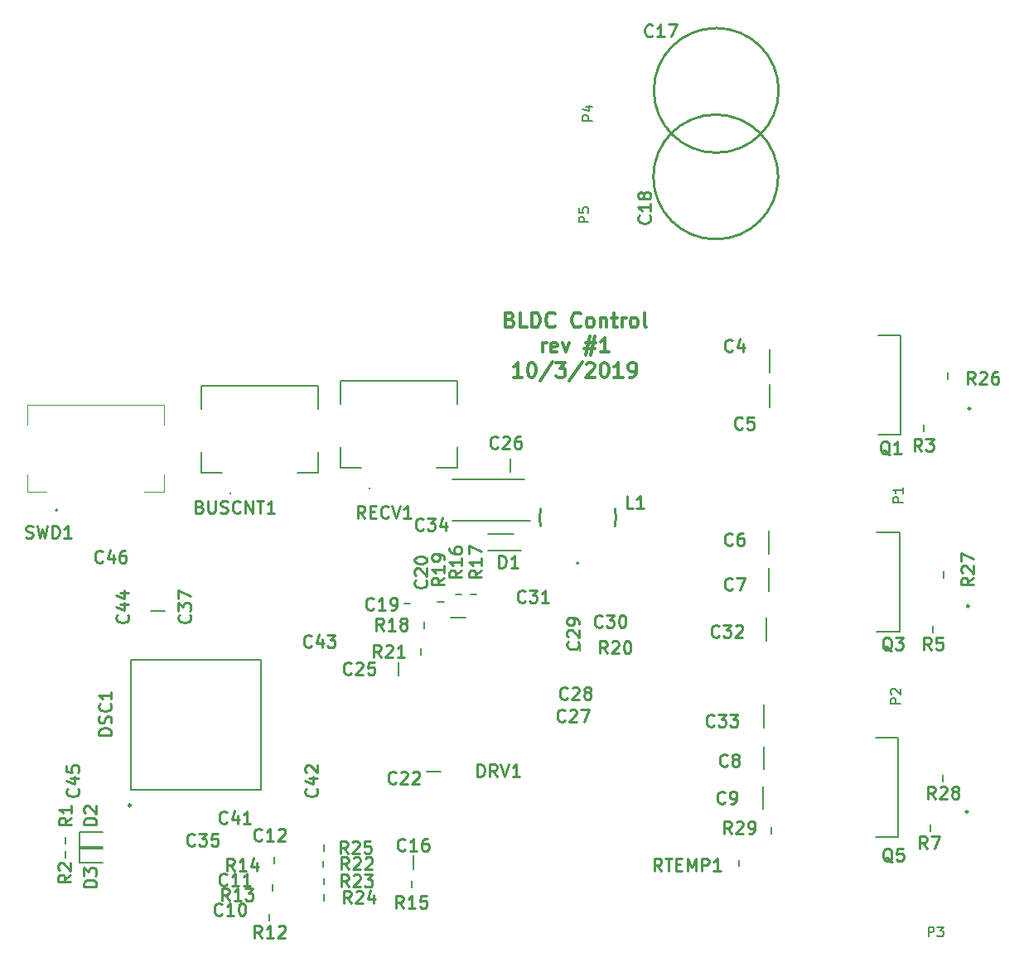
<source format=gbr>
G04 #@! TF.GenerationSoftware,KiCad,Pcbnew,5.1.4-e60b266~84~ubuntu19.04.1*
G04 #@! TF.CreationDate,2019-10-16T08:44:26-04:00*
G04 #@! TF.ProjectId,DSC_motor_controller,4453435f-6d6f-4746-9f72-5f636f6e7472,1*
G04 #@! TF.SameCoordinates,Original*
G04 #@! TF.FileFunction,Legend,Top*
G04 #@! TF.FilePolarity,Positive*
%FSLAX46Y46*%
G04 Gerber Fmt 4.6, Leading zero omitted, Abs format (unit mm)*
G04 Created by KiCad (PCBNEW 5.1.4-e60b266~84~ubuntu19.04.1) date 2019-10-16 08:44:26*
%MOMM*%
%LPD*%
G04 APERTURE LIST*
%ADD10C,0.300000*%
%ADD11C,0.200000*%
%ADD12C,0.254000*%
%ADD13C,0.100000*%
%ADD14C,0.150000*%
%ADD15C,0.250000*%
G04 APERTURE END LIST*
D10*
X135982142Y-69742857D02*
X136196428Y-69814285D01*
X136267857Y-69885714D01*
X136339285Y-70028571D01*
X136339285Y-70242857D01*
X136267857Y-70385714D01*
X136196428Y-70457142D01*
X136053571Y-70528571D01*
X135482142Y-70528571D01*
X135482142Y-69028571D01*
X135982142Y-69028571D01*
X136125000Y-69100000D01*
X136196428Y-69171428D01*
X136267857Y-69314285D01*
X136267857Y-69457142D01*
X136196428Y-69600000D01*
X136125000Y-69671428D01*
X135982142Y-69742857D01*
X135482142Y-69742857D01*
X137696428Y-70528571D02*
X136982142Y-70528571D01*
X136982142Y-69028571D01*
X138196428Y-70528571D02*
X138196428Y-69028571D01*
X138553571Y-69028571D01*
X138767857Y-69100000D01*
X138910714Y-69242857D01*
X138982142Y-69385714D01*
X139053571Y-69671428D01*
X139053571Y-69885714D01*
X138982142Y-70171428D01*
X138910714Y-70314285D01*
X138767857Y-70457142D01*
X138553571Y-70528571D01*
X138196428Y-70528571D01*
X140553571Y-70385714D02*
X140482142Y-70457142D01*
X140267857Y-70528571D01*
X140125000Y-70528571D01*
X139910714Y-70457142D01*
X139767857Y-70314285D01*
X139696428Y-70171428D01*
X139625000Y-69885714D01*
X139625000Y-69671428D01*
X139696428Y-69385714D01*
X139767857Y-69242857D01*
X139910714Y-69100000D01*
X140125000Y-69028571D01*
X140267857Y-69028571D01*
X140482142Y-69100000D01*
X140553571Y-69171428D01*
X143196428Y-70385714D02*
X143125000Y-70457142D01*
X142910714Y-70528571D01*
X142767857Y-70528571D01*
X142553571Y-70457142D01*
X142410714Y-70314285D01*
X142339285Y-70171428D01*
X142267857Y-69885714D01*
X142267857Y-69671428D01*
X142339285Y-69385714D01*
X142410714Y-69242857D01*
X142553571Y-69100000D01*
X142767857Y-69028571D01*
X142910714Y-69028571D01*
X143125000Y-69100000D01*
X143196428Y-69171428D01*
X144053571Y-70528571D02*
X143910714Y-70457142D01*
X143839285Y-70385714D01*
X143767857Y-70242857D01*
X143767857Y-69814285D01*
X143839285Y-69671428D01*
X143910714Y-69600000D01*
X144053571Y-69528571D01*
X144267857Y-69528571D01*
X144410714Y-69600000D01*
X144482142Y-69671428D01*
X144553571Y-69814285D01*
X144553571Y-70242857D01*
X144482142Y-70385714D01*
X144410714Y-70457142D01*
X144267857Y-70528571D01*
X144053571Y-70528571D01*
X145196428Y-69528571D02*
X145196428Y-70528571D01*
X145196428Y-69671428D02*
X145267857Y-69600000D01*
X145410714Y-69528571D01*
X145625000Y-69528571D01*
X145767857Y-69600000D01*
X145839285Y-69742857D01*
X145839285Y-70528571D01*
X146339285Y-69528571D02*
X146910714Y-69528571D01*
X146553571Y-69028571D02*
X146553571Y-70314285D01*
X146625000Y-70457142D01*
X146767857Y-70528571D01*
X146910714Y-70528571D01*
X147410714Y-70528571D02*
X147410714Y-69528571D01*
X147410714Y-69814285D02*
X147482142Y-69671428D01*
X147553571Y-69600000D01*
X147696428Y-69528571D01*
X147839285Y-69528571D01*
X148553571Y-70528571D02*
X148410714Y-70457142D01*
X148339285Y-70385714D01*
X148267857Y-70242857D01*
X148267857Y-69814285D01*
X148339285Y-69671428D01*
X148410714Y-69600000D01*
X148553571Y-69528571D01*
X148767857Y-69528571D01*
X148910714Y-69600000D01*
X148982142Y-69671428D01*
X149053571Y-69814285D01*
X149053571Y-70242857D01*
X148982142Y-70385714D01*
X148910714Y-70457142D01*
X148767857Y-70528571D01*
X148553571Y-70528571D01*
X149910714Y-70528571D02*
X149767857Y-70457142D01*
X149696428Y-70314285D01*
X149696428Y-69028571D01*
X139267857Y-73078571D02*
X139267857Y-72078571D01*
X139267857Y-72364285D02*
X139339285Y-72221428D01*
X139410714Y-72150000D01*
X139553571Y-72078571D01*
X139696428Y-72078571D01*
X140767857Y-73007142D02*
X140625000Y-73078571D01*
X140339285Y-73078571D01*
X140196428Y-73007142D01*
X140125000Y-72864285D01*
X140125000Y-72292857D01*
X140196428Y-72150000D01*
X140339285Y-72078571D01*
X140625000Y-72078571D01*
X140767857Y-72150000D01*
X140839285Y-72292857D01*
X140839285Y-72435714D01*
X140125000Y-72578571D01*
X141339285Y-72078571D02*
X141696428Y-73078571D01*
X142053571Y-72078571D01*
X143696428Y-72078571D02*
X144767857Y-72078571D01*
X144125000Y-71435714D02*
X143696428Y-73364285D01*
X144625000Y-72721428D02*
X143553571Y-72721428D01*
X144196428Y-73364285D02*
X144625000Y-71435714D01*
X146053571Y-73078571D02*
X145196428Y-73078571D01*
X145625000Y-73078571D02*
X145625000Y-71578571D01*
X145482142Y-71792857D01*
X145339285Y-71935714D01*
X145196428Y-72007142D01*
X137196428Y-75628571D02*
X136339285Y-75628571D01*
X136767857Y-75628571D02*
X136767857Y-74128571D01*
X136625000Y-74342857D01*
X136482142Y-74485714D01*
X136339285Y-74557142D01*
X138125000Y-74128571D02*
X138267857Y-74128571D01*
X138410714Y-74200000D01*
X138482142Y-74271428D01*
X138553571Y-74414285D01*
X138625000Y-74700000D01*
X138625000Y-75057142D01*
X138553571Y-75342857D01*
X138482142Y-75485714D01*
X138410714Y-75557142D01*
X138267857Y-75628571D01*
X138125000Y-75628571D01*
X137982142Y-75557142D01*
X137910714Y-75485714D01*
X137839285Y-75342857D01*
X137767857Y-75057142D01*
X137767857Y-74700000D01*
X137839285Y-74414285D01*
X137910714Y-74271428D01*
X137982142Y-74200000D01*
X138125000Y-74128571D01*
X140339285Y-74057142D02*
X139053571Y-75985714D01*
X140696428Y-74128571D02*
X141625000Y-74128571D01*
X141125000Y-74700000D01*
X141339285Y-74700000D01*
X141482142Y-74771428D01*
X141553571Y-74842857D01*
X141625000Y-74985714D01*
X141625000Y-75342857D01*
X141553571Y-75485714D01*
X141482142Y-75557142D01*
X141339285Y-75628571D01*
X140910714Y-75628571D01*
X140767857Y-75557142D01*
X140696428Y-75485714D01*
X143339285Y-74057142D02*
X142053571Y-75985714D01*
X143767857Y-74271428D02*
X143839285Y-74200000D01*
X143982142Y-74128571D01*
X144339285Y-74128571D01*
X144482142Y-74200000D01*
X144553571Y-74271428D01*
X144625000Y-74414285D01*
X144625000Y-74557142D01*
X144553571Y-74771428D01*
X143696428Y-75628571D01*
X144625000Y-75628571D01*
X145553571Y-74128571D02*
X145696428Y-74128571D01*
X145839285Y-74200000D01*
X145910714Y-74271428D01*
X145982142Y-74414285D01*
X146053571Y-74700000D01*
X146053571Y-75057142D01*
X145982142Y-75342857D01*
X145910714Y-75485714D01*
X145839285Y-75557142D01*
X145696428Y-75628571D01*
X145553571Y-75628571D01*
X145410714Y-75557142D01*
X145339285Y-75485714D01*
X145267857Y-75342857D01*
X145196428Y-75057142D01*
X145196428Y-74700000D01*
X145267857Y-74414285D01*
X145339285Y-74271428D01*
X145410714Y-74200000D01*
X145553571Y-74128571D01*
X147482142Y-75628571D02*
X146625000Y-75628571D01*
X147053571Y-75628571D02*
X147053571Y-74128571D01*
X146910714Y-74342857D01*
X146767857Y-74485714D01*
X146625000Y-74557142D01*
X148196428Y-75628571D02*
X148482142Y-75628571D01*
X148625000Y-75557142D01*
X148696428Y-75485714D01*
X148839285Y-75271428D01*
X148910714Y-74985714D01*
X148910714Y-74414285D01*
X148839285Y-74271428D01*
X148767857Y-74200000D01*
X148625000Y-74128571D01*
X148339285Y-74128571D01*
X148196428Y-74200000D01*
X148125000Y-74271428D01*
X148053571Y-74414285D01*
X148053571Y-74771428D01*
X148125000Y-74914285D01*
X148196428Y-74985714D01*
X148339285Y-75057142D01*
X148625000Y-75057142D01*
X148767857Y-74985714D01*
X148839285Y-74914285D01*
X148910714Y-74771428D01*
D11*
X175779000Y-101660000D02*
X175779000Y-91500000D01*
X175779000Y-91500000D02*
X173448000Y-91500000D01*
X175779000Y-101660000D02*
X173448000Y-101660000D01*
D12*
X182898160Y-99042000D02*
G75*
G03X182898160Y-99042000I-113160J0D01*
G01*
D11*
X118615000Y-75996000D02*
X130615000Y-75996000D01*
X118615000Y-75996000D02*
X118615000Y-78334000D01*
X118615000Y-84896000D02*
X118615000Y-82796000D01*
X130615000Y-84896000D02*
X130615000Y-82796000D01*
X130615000Y-75996000D02*
X130615000Y-78334000D01*
X118615000Y-84896000D02*
X120768000Y-84896000D01*
X130615000Y-84896000D02*
X128462000Y-84896000D01*
D12*
X121625750Y-87010000D02*
G75*
G03X121625750Y-87010000I-42750J0D01*
G01*
D11*
X162461000Y-97476000D02*
X162461000Y-95176000D01*
X124615000Y-106170000D02*
X124615000Y-104770000D01*
D12*
X182764160Y-120060500D02*
G75*
G03X182764160Y-120060500I-113160J0D01*
G01*
D11*
X175645000Y-122678500D02*
X173314000Y-122678500D01*
X175645000Y-112518500D02*
X173314000Y-112518500D01*
X175645000Y-122678500D02*
X175645000Y-112518500D01*
D12*
X183025160Y-78849000D02*
G75*
G03X183025160Y-78849000I-113160J0D01*
G01*
D11*
X175906000Y-81467000D02*
X173575000Y-81467000D01*
X175906000Y-71307000D02*
X173575000Y-71307000D01*
X175906000Y-81467000D02*
X175906000Y-71307000D01*
D12*
X163425000Y-46300000D02*
G75*
G03X163425000Y-46300000I-6375000J0D01*
G01*
X163375000Y-55150000D02*
G75*
G03X163375000Y-55150000I-6375000J0D01*
G01*
D11*
X180711000Y-75823000D02*
X180711000Y-75173000D01*
X116957000Y-123433000D02*
X116957000Y-124083000D01*
X161877000Y-111446000D02*
X161877000Y-109146000D01*
X162207000Y-102556000D02*
X162207000Y-100256000D01*
X161826000Y-119764500D02*
X161826000Y-117464500D01*
X161877000Y-115700500D02*
X161877000Y-113400500D01*
X162461000Y-93666000D02*
X162461000Y-91366000D01*
X162537000Y-78680000D02*
X162537000Y-76380000D01*
X162537000Y-75124000D02*
X162537000Y-72824000D01*
X125140500Y-98739000D02*
X125740500Y-98739000D01*
X136045000Y-85342000D02*
X136045000Y-83942000D01*
X128871000Y-115960000D02*
X127471000Y-115960000D01*
X137409000Y-86048000D02*
X130109000Y-86048000D01*
X130109000Y-90348000D02*
X138009000Y-90348000D01*
X116931500Y-126862000D02*
X116931500Y-127512000D01*
X127244000Y-101286500D02*
X127244000Y-100636500D01*
X132560000Y-97888000D02*
X131910000Y-97888000D01*
X130386000Y-97888000D02*
X131036000Y-97888000D01*
X143119000Y-102986000D02*
X143119000Y-103636000D01*
X126901000Y-104017000D02*
X126901000Y-103367000D01*
X116868000Y-125084000D02*
X116868000Y-125734000D01*
X128544500Y-98612000D02*
X129194500Y-98612000D01*
X180279000Y-96143000D02*
X180279000Y-95493000D01*
X180241000Y-116971000D02*
X180241000Y-116321000D01*
X162715000Y-121655000D02*
X162715000Y-122305000D01*
X116931500Y-128513000D02*
X116931500Y-129163000D01*
D12*
X139102912Y-89098881D02*
G75*
G03X139103000Y-90853500I3800088J-877119D01*
G01*
X146703088Y-89098881D02*
G75*
G02X146703000Y-90853500I-3800088J-877119D01*
G01*
X142946350Y-94642000D02*
G75*
G03X142946350Y-94642000I-64350J0D01*
G01*
D11*
X136329000Y-91666000D02*
X133729000Y-91666000D01*
X137089000Y-93366000D02*
X133729000Y-93366000D01*
D13*
X86627000Y-85530000D02*
X86627000Y-87330000D01*
X86627000Y-87330000D02*
X88627000Y-87330000D01*
X86627000Y-80530000D02*
X86627000Y-78430000D01*
X86627000Y-78430000D02*
X100627000Y-78430000D01*
X100627000Y-78430000D02*
X100627000Y-80530000D01*
X98627000Y-87330000D02*
X100627000Y-87330000D01*
X100627000Y-87330000D02*
X100627000Y-85530000D01*
D11*
X89527000Y-89230000D02*
X89527000Y-89230000D01*
X89727000Y-89230000D02*
X89727000Y-89230000D01*
X89727000Y-89230000D02*
G75*
G03X89527000Y-89230000I-100000J0D01*
G01*
X89527000Y-89230000D02*
G75*
G03X89727000Y-89230000I100000J0D01*
G01*
X159401000Y-125582000D02*
X159401000Y-124982000D01*
X125948500Y-127829500D02*
X125948500Y-127179500D01*
X111877000Y-125353000D02*
X111877000Y-124703000D01*
X111724500Y-128147000D02*
X111724500Y-127497000D01*
X111369000Y-131195000D02*
X111369000Y-130545000D01*
X178933000Y-121401000D02*
X178933000Y-122051000D01*
X179225000Y-101081000D02*
X179225000Y-101731000D01*
X178247000Y-80507000D02*
X178247000Y-81157000D01*
X90541000Y-124134108D02*
X90541000Y-124784108D01*
X90541000Y-122671000D02*
X90541000Y-123321000D01*
X97200500Y-117835000D02*
X97200500Y-104535000D01*
X97200500Y-104535000D02*
X110500500Y-104535000D01*
X110500500Y-104535000D02*
X110500500Y-117835000D01*
X110500500Y-117835000D02*
X97200500Y-117835000D01*
D12*
X97225500Y-119410000D02*
G75*
G03X97225500Y-119410000I-125000J0D01*
G01*
D11*
X129952327Y-100252000D02*
X131427327Y-100252000D01*
X91948497Y-125284108D02*
X94348497Y-125284108D01*
X91948497Y-123634108D02*
X91948497Y-125284108D01*
X94348497Y-123634108D02*
X91948497Y-123634108D01*
X91989000Y-123821000D02*
X94389000Y-123821000D01*
X91989000Y-122171000D02*
X91989000Y-123821000D01*
X94389000Y-122171000D02*
X91989000Y-122171000D01*
X99277000Y-99552000D02*
X100677000Y-99552000D01*
X126075500Y-125918500D02*
X126075500Y-124518500D01*
X104391000Y-76504000D02*
X116391000Y-76504000D01*
X104391000Y-76504000D02*
X104391000Y-78842000D01*
X104391000Y-85404000D02*
X104391000Y-83304000D01*
X116391000Y-85404000D02*
X116391000Y-83304000D01*
X116391000Y-76504000D02*
X116391000Y-78842000D01*
X104391000Y-85404000D02*
X106544000Y-85404000D01*
X116391000Y-85404000D02*
X114238000Y-85404000D01*
D12*
X107401750Y-87518000D02*
G75*
G03X107401750Y-87518000I-42750J0D01*
G01*
X174976017Y-103625476D02*
X174855065Y-103565000D01*
X174734112Y-103444047D01*
X174552684Y-103262619D01*
X174431731Y-103202142D01*
X174310779Y-103202142D01*
X174371255Y-103504523D02*
X174250303Y-103444047D01*
X174129350Y-103323095D01*
X174068874Y-103081190D01*
X174068874Y-102657857D01*
X174129350Y-102415952D01*
X174250303Y-102295000D01*
X174371255Y-102234523D01*
X174613160Y-102234523D01*
X174734112Y-102295000D01*
X174855065Y-102415952D01*
X174915541Y-102657857D01*
X174915541Y-103081190D01*
X174855065Y-103323095D01*
X174734112Y-103444047D01*
X174613160Y-103504523D01*
X174371255Y-103504523D01*
X175338874Y-102234523D02*
X176125065Y-102234523D01*
X175701731Y-102718333D01*
X175883160Y-102718333D01*
X176004112Y-102778809D01*
X176064589Y-102839285D01*
X176125065Y-102960238D01*
X176125065Y-103262619D01*
X176064589Y-103383571D01*
X176004112Y-103444047D01*
X175883160Y-103504523D01*
X175520303Y-103504523D01*
X175399350Y-103444047D01*
X175338874Y-103383571D01*
X121125523Y-90042523D02*
X120702190Y-89437761D01*
X120399809Y-90042523D02*
X120399809Y-88772523D01*
X120883619Y-88772523D01*
X121004571Y-88833000D01*
X121065047Y-88893476D01*
X121125523Y-89014428D01*
X121125523Y-89195857D01*
X121065047Y-89316809D01*
X121004571Y-89377285D01*
X120883619Y-89437761D01*
X120399809Y-89437761D01*
X121669809Y-89377285D02*
X122093142Y-89377285D01*
X122274571Y-90042523D02*
X121669809Y-90042523D01*
X121669809Y-88772523D01*
X122274571Y-88772523D01*
X123544571Y-89921571D02*
X123484095Y-89982047D01*
X123302666Y-90042523D01*
X123181714Y-90042523D01*
X123000285Y-89982047D01*
X122879333Y-89861095D01*
X122818857Y-89740142D01*
X122758380Y-89498238D01*
X122758380Y-89316809D01*
X122818857Y-89074904D01*
X122879333Y-88953952D01*
X123000285Y-88833000D01*
X123181714Y-88772523D01*
X123302666Y-88772523D01*
X123484095Y-88833000D01*
X123544571Y-88893476D01*
X123907428Y-88772523D02*
X124330761Y-90042523D01*
X124754095Y-88772523D01*
X125842666Y-90042523D02*
X125116952Y-90042523D01*
X125479809Y-90042523D02*
X125479809Y-88772523D01*
X125358857Y-88953952D01*
X125237904Y-89074904D01*
X125116952Y-89135380D01*
X158693333Y-97287571D02*
X158632857Y-97348047D01*
X158451428Y-97408523D01*
X158330476Y-97408523D01*
X158149047Y-97348047D01*
X158028095Y-97227095D01*
X157967619Y-97106142D01*
X157907142Y-96864238D01*
X157907142Y-96682809D01*
X157967619Y-96440904D01*
X158028095Y-96319952D01*
X158149047Y-96199000D01*
X158330476Y-96138523D01*
X158451428Y-96138523D01*
X158632857Y-96199000D01*
X158693333Y-96259476D01*
X159116666Y-96138523D02*
X159963333Y-96138523D01*
X159419047Y-97408523D01*
X119734571Y-105923571D02*
X119674095Y-105984047D01*
X119492666Y-106044523D01*
X119371714Y-106044523D01*
X119190285Y-105984047D01*
X119069333Y-105863095D01*
X119008857Y-105742142D01*
X118948380Y-105500238D01*
X118948380Y-105318809D01*
X119008857Y-105076904D01*
X119069333Y-104955952D01*
X119190285Y-104835000D01*
X119371714Y-104774523D01*
X119492666Y-104774523D01*
X119674095Y-104835000D01*
X119734571Y-104895476D01*
X120218380Y-104895476D02*
X120278857Y-104835000D01*
X120399809Y-104774523D01*
X120702190Y-104774523D01*
X120823142Y-104835000D01*
X120883619Y-104895476D01*
X120944095Y-105016428D01*
X120944095Y-105137380D01*
X120883619Y-105318809D01*
X120157904Y-106044523D01*
X120944095Y-106044523D01*
X122093142Y-104774523D02*
X121488380Y-104774523D01*
X121427904Y-105379285D01*
X121488380Y-105318809D01*
X121609333Y-105258333D01*
X121911714Y-105258333D01*
X122032666Y-105318809D01*
X122093142Y-105379285D01*
X122153619Y-105500238D01*
X122153619Y-105802619D01*
X122093142Y-105923571D01*
X122032666Y-105984047D01*
X121911714Y-106044523D01*
X121609333Y-106044523D01*
X121488380Y-105984047D01*
X121427904Y-105923571D01*
X94334571Y-94493571D02*
X94274095Y-94554047D01*
X94092666Y-94614523D01*
X93971714Y-94614523D01*
X93790285Y-94554047D01*
X93669333Y-94433095D01*
X93608857Y-94312142D01*
X93548380Y-94070238D01*
X93548380Y-93888809D01*
X93608857Y-93646904D01*
X93669333Y-93525952D01*
X93790285Y-93405000D01*
X93971714Y-93344523D01*
X94092666Y-93344523D01*
X94274095Y-93405000D01*
X94334571Y-93465476D01*
X95423142Y-93767857D02*
X95423142Y-94614523D01*
X95120761Y-93284047D02*
X94818380Y-94191190D01*
X95604571Y-94191190D01*
X96632666Y-93344523D02*
X96390761Y-93344523D01*
X96269809Y-93405000D01*
X96209333Y-93465476D01*
X96088380Y-93646904D01*
X96027904Y-93888809D01*
X96027904Y-94372619D01*
X96088380Y-94493571D01*
X96148857Y-94554047D01*
X96269809Y-94614523D01*
X96511714Y-94614523D01*
X96632666Y-94554047D01*
X96693142Y-94493571D01*
X96753619Y-94372619D01*
X96753619Y-94070238D01*
X96693142Y-93949285D01*
X96632666Y-93888809D01*
X96511714Y-93828333D01*
X96269809Y-93828333D01*
X96148857Y-93888809D01*
X96088380Y-93949285D01*
X96027904Y-94070238D01*
X145388571Y-101097571D02*
X145328095Y-101158047D01*
X145146666Y-101218523D01*
X145025714Y-101218523D01*
X144844285Y-101158047D01*
X144723333Y-101037095D01*
X144662857Y-100916142D01*
X144602380Y-100674238D01*
X144602380Y-100492809D01*
X144662857Y-100250904D01*
X144723333Y-100129952D01*
X144844285Y-100009000D01*
X145025714Y-99948523D01*
X145146666Y-99948523D01*
X145328095Y-100009000D01*
X145388571Y-100069476D01*
X145811904Y-99948523D02*
X146598095Y-99948523D01*
X146174761Y-100432333D01*
X146356190Y-100432333D01*
X146477142Y-100492809D01*
X146537619Y-100553285D01*
X146598095Y-100674238D01*
X146598095Y-100976619D01*
X146537619Y-101097571D01*
X146477142Y-101158047D01*
X146356190Y-101218523D01*
X145993333Y-101218523D01*
X145872380Y-101158047D01*
X145811904Y-101097571D01*
X147384285Y-99948523D02*
X147505238Y-99948523D01*
X147626190Y-100009000D01*
X147686666Y-100069476D01*
X147747142Y-100190428D01*
X147807619Y-100432333D01*
X147807619Y-100734714D01*
X147747142Y-100976619D01*
X147686666Y-101097571D01*
X147626190Y-101158047D01*
X147505238Y-101218523D01*
X147384285Y-101218523D01*
X147263333Y-101158047D01*
X147202857Y-101097571D01*
X147142380Y-100976619D01*
X147081904Y-100734714D01*
X147081904Y-100432333D01*
X147142380Y-100190428D01*
X147202857Y-100069476D01*
X147263333Y-100009000D01*
X147384285Y-99948523D01*
X91794571Y-117716428D02*
X91855047Y-117776904D01*
X91915523Y-117958333D01*
X91915523Y-118079285D01*
X91855047Y-118260714D01*
X91734095Y-118381666D01*
X91613142Y-118442142D01*
X91371238Y-118502619D01*
X91189809Y-118502619D01*
X90947904Y-118442142D01*
X90826952Y-118381666D01*
X90706000Y-118260714D01*
X90645523Y-118079285D01*
X90645523Y-117958333D01*
X90706000Y-117776904D01*
X90766476Y-117716428D01*
X91068857Y-116627857D02*
X91915523Y-116627857D01*
X90585047Y-116930238D02*
X91492190Y-117232619D01*
X91492190Y-116446428D01*
X90645523Y-115357857D02*
X90645523Y-115962619D01*
X91250285Y-116023095D01*
X91189809Y-115962619D01*
X91129333Y-115841666D01*
X91129333Y-115539285D01*
X91189809Y-115418333D01*
X91250285Y-115357857D01*
X91371238Y-115297380D01*
X91673619Y-115297380D01*
X91794571Y-115357857D01*
X91855047Y-115418333D01*
X91915523Y-115539285D01*
X91915523Y-115841666D01*
X91855047Y-115962619D01*
X91794571Y-116023095D01*
X96874571Y-99936428D02*
X96935047Y-99996904D01*
X96995523Y-100178333D01*
X96995523Y-100299285D01*
X96935047Y-100480714D01*
X96814095Y-100601666D01*
X96693142Y-100662142D01*
X96451238Y-100722619D01*
X96269809Y-100722619D01*
X96027904Y-100662142D01*
X95906952Y-100601666D01*
X95786000Y-100480714D01*
X95725523Y-100299285D01*
X95725523Y-100178333D01*
X95786000Y-99996904D01*
X95846476Y-99936428D01*
X96148857Y-98847857D02*
X96995523Y-98847857D01*
X95665047Y-99150238D02*
X96572190Y-99452619D01*
X96572190Y-98666428D01*
X96148857Y-97638333D02*
X96995523Y-97638333D01*
X95665047Y-97940714D02*
X96572190Y-98243095D01*
X96572190Y-97456904D01*
X115670571Y-103129571D02*
X115610095Y-103190047D01*
X115428666Y-103250523D01*
X115307714Y-103250523D01*
X115126285Y-103190047D01*
X115005333Y-103069095D01*
X114944857Y-102948142D01*
X114884380Y-102706238D01*
X114884380Y-102524809D01*
X114944857Y-102282904D01*
X115005333Y-102161952D01*
X115126285Y-102041000D01*
X115307714Y-101980523D01*
X115428666Y-101980523D01*
X115610095Y-102041000D01*
X115670571Y-102101476D01*
X116759142Y-102403857D02*
X116759142Y-103250523D01*
X116456761Y-101920047D02*
X116154380Y-102827190D01*
X116940571Y-102827190D01*
X117303428Y-101980523D02*
X118089619Y-101980523D01*
X117666285Y-102464333D01*
X117847714Y-102464333D01*
X117968666Y-102524809D01*
X118029142Y-102585285D01*
X118089619Y-102706238D01*
X118089619Y-103008619D01*
X118029142Y-103129571D01*
X117968666Y-103190047D01*
X117847714Y-103250523D01*
X117484857Y-103250523D01*
X117363904Y-103190047D01*
X117303428Y-103129571D01*
X116178571Y-117716428D02*
X116239047Y-117776904D01*
X116299523Y-117958333D01*
X116299523Y-118079285D01*
X116239047Y-118260714D01*
X116118095Y-118381666D01*
X115997142Y-118442142D01*
X115755238Y-118502619D01*
X115573809Y-118502619D01*
X115331904Y-118442142D01*
X115210952Y-118381666D01*
X115090000Y-118260714D01*
X115029523Y-118079285D01*
X115029523Y-117958333D01*
X115090000Y-117776904D01*
X115150476Y-117716428D01*
X115452857Y-116627857D02*
X116299523Y-116627857D01*
X114969047Y-116930238D02*
X115876190Y-117232619D01*
X115876190Y-116446428D01*
X115150476Y-116023095D02*
X115090000Y-115962619D01*
X115029523Y-115841666D01*
X115029523Y-115539285D01*
X115090000Y-115418333D01*
X115150476Y-115357857D01*
X115271428Y-115297380D01*
X115392380Y-115297380D01*
X115573809Y-115357857D01*
X116299523Y-116083571D01*
X116299523Y-115297380D01*
X107034571Y-121163571D02*
X106974095Y-121224047D01*
X106792666Y-121284523D01*
X106671714Y-121284523D01*
X106490285Y-121224047D01*
X106369333Y-121103095D01*
X106308857Y-120982142D01*
X106248380Y-120740238D01*
X106248380Y-120558809D01*
X106308857Y-120316904D01*
X106369333Y-120195952D01*
X106490285Y-120075000D01*
X106671714Y-120014523D01*
X106792666Y-120014523D01*
X106974095Y-120075000D01*
X107034571Y-120135476D01*
X108123142Y-120437857D02*
X108123142Y-121284523D01*
X107820761Y-119954047D02*
X107518380Y-120861190D01*
X108304571Y-120861190D01*
X109453619Y-121284523D02*
X108727904Y-121284523D01*
X109090761Y-121284523D02*
X109090761Y-120014523D01*
X108969809Y-120195952D01*
X108848857Y-120316904D01*
X108727904Y-120377380D01*
X175040047Y-125215476D02*
X174919095Y-125155000D01*
X174798142Y-125034047D01*
X174616714Y-124852619D01*
X174495761Y-124792142D01*
X174374809Y-124792142D01*
X174435285Y-125094523D02*
X174314333Y-125034047D01*
X174193380Y-124913095D01*
X174132904Y-124671190D01*
X174132904Y-124247857D01*
X174193380Y-124005952D01*
X174314333Y-123885000D01*
X174435285Y-123824523D01*
X174677190Y-123824523D01*
X174798142Y-123885000D01*
X174919095Y-124005952D01*
X174979571Y-124247857D01*
X174979571Y-124671190D01*
X174919095Y-124913095D01*
X174798142Y-125034047D01*
X174677190Y-125094523D01*
X174435285Y-125094523D01*
X176128619Y-123824523D02*
X175523857Y-123824523D01*
X175463380Y-124429285D01*
X175523857Y-124368809D01*
X175644809Y-124308333D01*
X175947190Y-124308333D01*
X176068142Y-124368809D01*
X176128619Y-124429285D01*
X176189095Y-124550238D01*
X176189095Y-124852619D01*
X176128619Y-124973571D01*
X176068142Y-125034047D01*
X175947190Y-125094523D01*
X175644809Y-125094523D01*
X175523857Y-125034047D01*
X175463380Y-124973571D01*
X174786047Y-83559476D02*
X174665095Y-83499000D01*
X174544142Y-83378047D01*
X174362714Y-83196619D01*
X174241761Y-83136142D01*
X174120809Y-83136142D01*
X174181285Y-83438523D02*
X174060333Y-83378047D01*
X173939380Y-83257095D01*
X173878904Y-83015190D01*
X173878904Y-82591857D01*
X173939380Y-82349952D01*
X174060333Y-82229000D01*
X174181285Y-82168523D01*
X174423190Y-82168523D01*
X174544142Y-82229000D01*
X174665095Y-82349952D01*
X174725571Y-82591857D01*
X174725571Y-83015190D01*
X174665095Y-83257095D01*
X174544142Y-83378047D01*
X174423190Y-83438523D01*
X174181285Y-83438523D01*
X175935095Y-83438523D02*
X175209380Y-83438523D01*
X175572238Y-83438523D02*
X175572238Y-82168523D01*
X175451285Y-82349952D01*
X175330333Y-82470904D01*
X175209380Y-82531380D01*
X150518571Y-40697571D02*
X150458095Y-40758047D01*
X150276666Y-40818523D01*
X150155714Y-40818523D01*
X149974285Y-40758047D01*
X149853333Y-40637095D01*
X149792857Y-40516142D01*
X149732380Y-40274238D01*
X149732380Y-40092809D01*
X149792857Y-39850904D01*
X149853333Y-39729952D01*
X149974285Y-39609000D01*
X150155714Y-39548523D01*
X150276666Y-39548523D01*
X150458095Y-39609000D01*
X150518571Y-39669476D01*
X151728095Y-40818523D02*
X151002380Y-40818523D01*
X151365238Y-40818523D02*
X151365238Y-39548523D01*
X151244285Y-39729952D01*
X151123333Y-39850904D01*
X151002380Y-39911380D01*
X152151428Y-39548523D02*
X152998095Y-39548523D01*
X152453809Y-40818523D01*
D14*
X144002380Y-59788095D02*
X143002380Y-59788095D01*
X143002380Y-59407142D01*
X143050000Y-59311904D01*
X143097619Y-59264285D01*
X143192857Y-59216666D01*
X143335714Y-59216666D01*
X143430952Y-59264285D01*
X143478571Y-59311904D01*
X143526190Y-59407142D01*
X143526190Y-59788095D01*
X143002380Y-58311904D02*
X143002380Y-58788095D01*
X143478571Y-58835714D01*
X143430952Y-58788095D01*
X143383333Y-58692857D01*
X143383333Y-58454761D01*
X143430952Y-58359523D01*
X143478571Y-58311904D01*
X143573809Y-58264285D01*
X143811904Y-58264285D01*
X143907142Y-58311904D01*
X143954761Y-58359523D01*
X144002380Y-58454761D01*
X144002380Y-58692857D01*
X143954761Y-58788095D01*
X143907142Y-58835714D01*
D12*
X150214571Y-59101428D02*
X150275047Y-59161904D01*
X150335523Y-59343333D01*
X150335523Y-59464285D01*
X150275047Y-59645714D01*
X150154095Y-59766666D01*
X150033142Y-59827142D01*
X149791238Y-59887619D01*
X149609809Y-59887619D01*
X149367904Y-59827142D01*
X149246952Y-59766666D01*
X149126000Y-59645714D01*
X149065523Y-59464285D01*
X149065523Y-59343333D01*
X149126000Y-59161904D01*
X149186476Y-59101428D01*
X150335523Y-57891904D02*
X150335523Y-58617619D01*
X150335523Y-58254761D02*
X149065523Y-58254761D01*
X149246952Y-58375714D01*
X149367904Y-58496666D01*
X149428380Y-58617619D01*
X149609809Y-57166190D02*
X149549333Y-57287142D01*
X149488857Y-57347619D01*
X149367904Y-57408095D01*
X149307428Y-57408095D01*
X149186476Y-57347619D01*
X149126000Y-57287142D01*
X149065523Y-57166190D01*
X149065523Y-56924285D01*
X149126000Y-56803333D01*
X149186476Y-56742857D01*
X149307428Y-56682380D01*
X149367904Y-56682380D01*
X149488857Y-56742857D01*
X149549333Y-56803333D01*
X149609809Y-56924285D01*
X149609809Y-57166190D01*
X149670285Y-57287142D01*
X149730761Y-57347619D01*
X149851714Y-57408095D01*
X150093619Y-57408095D01*
X150214571Y-57347619D01*
X150275047Y-57287142D01*
X150335523Y-57166190D01*
X150335523Y-56924285D01*
X150275047Y-56803333D01*
X150214571Y-56742857D01*
X150093619Y-56682380D01*
X149851714Y-56682380D01*
X149730761Y-56742857D01*
X149670285Y-56803333D01*
X149609809Y-56924285D01*
X183488571Y-76326523D02*
X183065238Y-75721761D01*
X182762857Y-76326523D02*
X182762857Y-75056523D01*
X183246666Y-75056523D01*
X183367619Y-75117000D01*
X183428095Y-75177476D01*
X183488571Y-75298428D01*
X183488571Y-75479857D01*
X183428095Y-75600809D01*
X183367619Y-75661285D01*
X183246666Y-75721761D01*
X182762857Y-75721761D01*
X183972380Y-75177476D02*
X184032857Y-75117000D01*
X184153809Y-75056523D01*
X184456190Y-75056523D01*
X184577142Y-75117000D01*
X184637619Y-75177476D01*
X184698095Y-75298428D01*
X184698095Y-75419380D01*
X184637619Y-75600809D01*
X183911904Y-76326523D01*
X184698095Y-76326523D01*
X185786666Y-75056523D02*
X185544761Y-75056523D01*
X185423809Y-75117000D01*
X185363333Y-75177476D01*
X185242380Y-75358904D01*
X185181904Y-75600809D01*
X185181904Y-76084619D01*
X185242380Y-76205571D01*
X185302857Y-76266047D01*
X185423809Y-76326523D01*
X185665714Y-76326523D01*
X185786666Y-76266047D01*
X185847142Y-76205571D01*
X185907619Y-76084619D01*
X185907619Y-75782238D01*
X185847142Y-75661285D01*
X185786666Y-75600809D01*
X185665714Y-75540333D01*
X185423809Y-75540333D01*
X185302857Y-75600809D01*
X185242380Y-75661285D01*
X185181904Y-75782238D01*
X119379071Y-124332523D02*
X118955738Y-123727761D01*
X118653357Y-124332523D02*
X118653357Y-123062523D01*
X119137166Y-123062523D01*
X119258119Y-123123000D01*
X119318595Y-123183476D01*
X119379071Y-123304428D01*
X119379071Y-123485857D01*
X119318595Y-123606809D01*
X119258119Y-123667285D01*
X119137166Y-123727761D01*
X118653357Y-123727761D01*
X119862880Y-123183476D02*
X119923357Y-123123000D01*
X120044309Y-123062523D01*
X120346690Y-123062523D01*
X120467642Y-123123000D01*
X120528119Y-123183476D01*
X120588595Y-123304428D01*
X120588595Y-123425380D01*
X120528119Y-123606809D01*
X119802404Y-124332523D01*
X120588595Y-124332523D01*
X121737642Y-123062523D02*
X121132880Y-123062523D01*
X121072404Y-123667285D01*
X121132880Y-123606809D01*
X121253833Y-123546333D01*
X121556214Y-123546333D01*
X121677166Y-123606809D01*
X121737642Y-123667285D01*
X121798119Y-123788238D01*
X121798119Y-124090619D01*
X121737642Y-124211571D01*
X121677166Y-124272047D01*
X121556214Y-124332523D01*
X121253833Y-124332523D01*
X121132880Y-124272047D01*
X121072404Y-124211571D01*
D14*
X176121380Y-88428095D02*
X175121380Y-88428095D01*
X175121380Y-88047142D01*
X175169000Y-87951904D01*
X175216619Y-87904285D01*
X175311857Y-87856666D01*
X175454714Y-87856666D01*
X175549952Y-87904285D01*
X175597571Y-87951904D01*
X175645190Y-88047142D01*
X175645190Y-88428095D01*
X176121380Y-86904285D02*
X176121380Y-87475714D01*
X176121380Y-87190000D02*
X175121380Y-87190000D01*
X175264238Y-87285238D01*
X175359476Y-87380476D01*
X175407095Y-87475714D01*
D12*
X156818571Y-111257571D02*
X156758095Y-111318047D01*
X156576666Y-111378523D01*
X156455714Y-111378523D01*
X156274285Y-111318047D01*
X156153333Y-111197095D01*
X156092857Y-111076142D01*
X156032380Y-110834238D01*
X156032380Y-110652809D01*
X156092857Y-110410904D01*
X156153333Y-110289952D01*
X156274285Y-110169000D01*
X156455714Y-110108523D01*
X156576666Y-110108523D01*
X156758095Y-110169000D01*
X156818571Y-110229476D01*
X157241904Y-110108523D02*
X158028095Y-110108523D01*
X157604761Y-110592333D01*
X157786190Y-110592333D01*
X157907142Y-110652809D01*
X157967619Y-110713285D01*
X158028095Y-110834238D01*
X158028095Y-111136619D01*
X157967619Y-111257571D01*
X157907142Y-111318047D01*
X157786190Y-111378523D01*
X157423333Y-111378523D01*
X157302380Y-111318047D01*
X157241904Y-111257571D01*
X158451428Y-110108523D02*
X159237619Y-110108523D01*
X158814285Y-110592333D01*
X158995714Y-110592333D01*
X159116666Y-110652809D01*
X159177142Y-110713285D01*
X159237619Y-110834238D01*
X159237619Y-111136619D01*
X159177142Y-111257571D01*
X159116666Y-111318047D01*
X158995714Y-111378523D01*
X158632857Y-111378523D01*
X158511904Y-111318047D01*
X158451428Y-111257571D01*
X157326571Y-102113571D02*
X157266095Y-102174047D01*
X157084666Y-102234523D01*
X156963714Y-102234523D01*
X156782285Y-102174047D01*
X156661333Y-102053095D01*
X156600857Y-101932142D01*
X156540380Y-101690238D01*
X156540380Y-101508809D01*
X156600857Y-101266904D01*
X156661333Y-101145952D01*
X156782285Y-101025000D01*
X156963714Y-100964523D01*
X157084666Y-100964523D01*
X157266095Y-101025000D01*
X157326571Y-101085476D01*
X157749904Y-100964523D02*
X158536095Y-100964523D01*
X158112761Y-101448333D01*
X158294190Y-101448333D01*
X158415142Y-101508809D01*
X158475619Y-101569285D01*
X158536095Y-101690238D01*
X158536095Y-101992619D01*
X158475619Y-102113571D01*
X158415142Y-102174047D01*
X158294190Y-102234523D01*
X157931333Y-102234523D01*
X157810380Y-102174047D01*
X157749904Y-102113571D01*
X159019904Y-101085476D02*
X159080380Y-101025000D01*
X159201333Y-100964523D01*
X159503714Y-100964523D01*
X159624666Y-101025000D01*
X159685142Y-101085476D01*
X159745619Y-101206428D01*
X159745619Y-101327380D01*
X159685142Y-101508809D01*
X158959428Y-102234523D01*
X159745619Y-102234523D01*
X157931333Y-119131571D02*
X157870857Y-119192047D01*
X157689428Y-119252523D01*
X157568476Y-119252523D01*
X157387047Y-119192047D01*
X157266095Y-119071095D01*
X157205619Y-118950142D01*
X157145142Y-118708238D01*
X157145142Y-118526809D01*
X157205619Y-118284904D01*
X157266095Y-118163952D01*
X157387047Y-118043000D01*
X157568476Y-117982523D01*
X157689428Y-117982523D01*
X157870857Y-118043000D01*
X157931333Y-118103476D01*
X158536095Y-119252523D02*
X158778000Y-119252523D01*
X158898952Y-119192047D01*
X158959428Y-119131571D01*
X159080380Y-118950142D01*
X159140857Y-118708238D01*
X159140857Y-118224428D01*
X159080380Y-118103476D01*
X159019904Y-118043000D01*
X158898952Y-117982523D01*
X158657047Y-117982523D01*
X158536095Y-118043000D01*
X158475619Y-118103476D01*
X158415142Y-118224428D01*
X158415142Y-118526809D01*
X158475619Y-118647761D01*
X158536095Y-118708238D01*
X158657047Y-118768714D01*
X158898952Y-118768714D01*
X159019904Y-118708238D01*
X159080380Y-118647761D01*
X159140857Y-118526809D01*
X158185333Y-115321571D02*
X158124857Y-115382047D01*
X157943428Y-115442523D01*
X157822476Y-115442523D01*
X157641047Y-115382047D01*
X157520095Y-115261095D01*
X157459619Y-115140142D01*
X157399142Y-114898238D01*
X157399142Y-114716809D01*
X157459619Y-114474904D01*
X157520095Y-114353952D01*
X157641047Y-114233000D01*
X157822476Y-114172523D01*
X157943428Y-114172523D01*
X158124857Y-114233000D01*
X158185333Y-114293476D01*
X158911047Y-114716809D02*
X158790095Y-114656333D01*
X158729619Y-114595857D01*
X158669142Y-114474904D01*
X158669142Y-114414428D01*
X158729619Y-114293476D01*
X158790095Y-114233000D01*
X158911047Y-114172523D01*
X159152952Y-114172523D01*
X159273904Y-114233000D01*
X159334380Y-114293476D01*
X159394857Y-114414428D01*
X159394857Y-114474904D01*
X159334380Y-114595857D01*
X159273904Y-114656333D01*
X159152952Y-114716809D01*
X158911047Y-114716809D01*
X158790095Y-114777285D01*
X158729619Y-114837761D01*
X158669142Y-114958714D01*
X158669142Y-115200619D01*
X158729619Y-115321571D01*
X158790095Y-115382047D01*
X158911047Y-115442523D01*
X159152952Y-115442523D01*
X159273904Y-115382047D01*
X159334380Y-115321571D01*
X159394857Y-115200619D01*
X159394857Y-114958714D01*
X159334380Y-114837761D01*
X159273904Y-114777285D01*
X159152952Y-114716809D01*
X158693333Y-92715571D02*
X158632857Y-92776047D01*
X158451428Y-92836523D01*
X158330476Y-92836523D01*
X158149047Y-92776047D01*
X158028095Y-92655095D01*
X157967619Y-92534142D01*
X157907142Y-92292238D01*
X157907142Y-92110809D01*
X157967619Y-91868904D01*
X158028095Y-91747952D01*
X158149047Y-91627000D01*
X158330476Y-91566523D01*
X158451428Y-91566523D01*
X158632857Y-91627000D01*
X158693333Y-91687476D01*
X159781904Y-91566523D02*
X159540000Y-91566523D01*
X159419047Y-91627000D01*
X159358571Y-91687476D01*
X159237619Y-91868904D01*
X159177142Y-92110809D01*
X159177142Y-92594619D01*
X159237619Y-92715571D01*
X159298095Y-92776047D01*
X159419047Y-92836523D01*
X159660952Y-92836523D01*
X159781904Y-92776047D01*
X159842380Y-92715571D01*
X159902857Y-92594619D01*
X159902857Y-92292238D01*
X159842380Y-92171285D01*
X159781904Y-92110809D01*
X159660952Y-92050333D01*
X159419047Y-92050333D01*
X159298095Y-92110809D01*
X159237619Y-92171285D01*
X159177142Y-92292238D01*
X159709333Y-80841071D02*
X159648857Y-80901547D01*
X159467428Y-80962023D01*
X159346476Y-80962023D01*
X159165047Y-80901547D01*
X159044095Y-80780595D01*
X158983619Y-80659642D01*
X158923142Y-80417738D01*
X158923142Y-80236309D01*
X158983619Y-79994404D01*
X159044095Y-79873452D01*
X159165047Y-79752500D01*
X159346476Y-79692023D01*
X159467428Y-79692023D01*
X159648857Y-79752500D01*
X159709333Y-79812976D01*
X160858380Y-79692023D02*
X160253619Y-79692023D01*
X160193142Y-80296785D01*
X160253619Y-80236309D01*
X160374571Y-80175833D01*
X160676952Y-80175833D01*
X160797904Y-80236309D01*
X160858380Y-80296785D01*
X160918857Y-80417738D01*
X160918857Y-80720119D01*
X160858380Y-80841071D01*
X160797904Y-80901547D01*
X160676952Y-80962023D01*
X160374571Y-80962023D01*
X160253619Y-80901547D01*
X160193142Y-80841071D01*
X158693333Y-72903571D02*
X158632857Y-72964047D01*
X158451428Y-73024523D01*
X158330476Y-73024523D01*
X158149047Y-72964047D01*
X158028095Y-72843095D01*
X157967619Y-72722142D01*
X157907142Y-72480238D01*
X157907142Y-72298809D01*
X157967619Y-72056904D01*
X158028095Y-71935952D01*
X158149047Y-71815000D01*
X158330476Y-71754523D01*
X158451428Y-71754523D01*
X158632857Y-71815000D01*
X158693333Y-71875476D01*
X159781904Y-72177857D02*
X159781904Y-73024523D01*
X159479523Y-71694047D02*
X159177142Y-72601190D01*
X159963333Y-72601190D01*
X142927571Y-102666928D02*
X142988047Y-102727404D01*
X143048523Y-102908833D01*
X143048523Y-103029785D01*
X142988047Y-103211214D01*
X142867095Y-103332166D01*
X142746142Y-103392642D01*
X142504238Y-103453119D01*
X142322809Y-103453119D01*
X142080904Y-103392642D01*
X141959952Y-103332166D01*
X141839000Y-103211214D01*
X141778523Y-103029785D01*
X141778523Y-102908833D01*
X141839000Y-102727404D01*
X141899476Y-102666928D01*
X141899476Y-102183119D02*
X141839000Y-102122642D01*
X141778523Y-102001690D01*
X141778523Y-101699309D01*
X141839000Y-101578357D01*
X141899476Y-101517880D01*
X142020428Y-101457404D01*
X142141380Y-101457404D01*
X142322809Y-101517880D01*
X143048523Y-102243595D01*
X143048523Y-101457404D01*
X143048523Y-100852642D02*
X143048523Y-100610738D01*
X142988047Y-100489785D01*
X142927571Y-100429309D01*
X142746142Y-100308357D01*
X142504238Y-100247880D01*
X142020428Y-100247880D01*
X141899476Y-100308357D01*
X141839000Y-100368833D01*
X141778523Y-100489785D01*
X141778523Y-100731690D01*
X141839000Y-100852642D01*
X141899476Y-100913119D01*
X142020428Y-100973595D01*
X142322809Y-100973595D01*
X142443761Y-100913119D01*
X142504238Y-100852642D01*
X142564714Y-100731690D01*
X142564714Y-100489785D01*
X142504238Y-100368833D01*
X142443761Y-100308357D01*
X142322809Y-100247880D01*
X141832571Y-108463571D02*
X141772095Y-108524047D01*
X141590666Y-108584523D01*
X141469714Y-108584523D01*
X141288285Y-108524047D01*
X141167333Y-108403095D01*
X141106857Y-108282142D01*
X141046380Y-108040238D01*
X141046380Y-107858809D01*
X141106857Y-107616904D01*
X141167333Y-107495952D01*
X141288285Y-107375000D01*
X141469714Y-107314523D01*
X141590666Y-107314523D01*
X141772095Y-107375000D01*
X141832571Y-107435476D01*
X142316380Y-107435476D02*
X142376857Y-107375000D01*
X142497809Y-107314523D01*
X142800190Y-107314523D01*
X142921142Y-107375000D01*
X142981619Y-107435476D01*
X143042095Y-107556428D01*
X143042095Y-107677380D01*
X142981619Y-107858809D01*
X142255904Y-108584523D01*
X143042095Y-108584523D01*
X143767809Y-107858809D02*
X143646857Y-107798333D01*
X143586380Y-107737857D01*
X143525904Y-107616904D01*
X143525904Y-107556428D01*
X143586380Y-107435476D01*
X143646857Y-107375000D01*
X143767809Y-107314523D01*
X144009714Y-107314523D01*
X144130666Y-107375000D01*
X144191142Y-107435476D01*
X144251619Y-107556428D01*
X144251619Y-107616904D01*
X144191142Y-107737857D01*
X144130666Y-107798333D01*
X144009714Y-107858809D01*
X143767809Y-107858809D01*
X143646857Y-107919285D01*
X143586380Y-107979761D01*
X143525904Y-108100714D01*
X143525904Y-108342619D01*
X143586380Y-108463571D01*
X143646857Y-108524047D01*
X143767809Y-108584523D01*
X144009714Y-108584523D01*
X144130666Y-108524047D01*
X144191142Y-108463571D01*
X144251619Y-108342619D01*
X144251619Y-108100714D01*
X144191142Y-107979761D01*
X144130666Y-107919285D01*
X144009714Y-107858809D01*
X141578571Y-110749571D02*
X141518095Y-110810047D01*
X141336666Y-110870523D01*
X141215714Y-110870523D01*
X141034285Y-110810047D01*
X140913333Y-110689095D01*
X140852857Y-110568142D01*
X140792380Y-110326238D01*
X140792380Y-110144809D01*
X140852857Y-109902904D01*
X140913333Y-109781952D01*
X141034285Y-109661000D01*
X141215714Y-109600523D01*
X141336666Y-109600523D01*
X141518095Y-109661000D01*
X141578571Y-109721476D01*
X142062380Y-109721476D02*
X142122857Y-109661000D01*
X142243809Y-109600523D01*
X142546190Y-109600523D01*
X142667142Y-109661000D01*
X142727619Y-109721476D01*
X142788095Y-109842428D01*
X142788095Y-109963380D01*
X142727619Y-110144809D01*
X142001904Y-110870523D01*
X142788095Y-110870523D01*
X143211428Y-109600523D02*
X144058095Y-109600523D01*
X143513809Y-110870523D01*
X127354571Y-96380428D02*
X127415047Y-96440904D01*
X127475523Y-96622333D01*
X127475523Y-96743285D01*
X127415047Y-96924714D01*
X127294095Y-97045666D01*
X127173142Y-97106142D01*
X126931238Y-97166619D01*
X126749809Y-97166619D01*
X126507904Y-97106142D01*
X126386952Y-97045666D01*
X126266000Y-96924714D01*
X126205523Y-96743285D01*
X126205523Y-96622333D01*
X126266000Y-96440904D01*
X126326476Y-96380428D01*
X126326476Y-95896619D02*
X126266000Y-95836142D01*
X126205523Y-95715190D01*
X126205523Y-95412809D01*
X126266000Y-95291857D01*
X126326476Y-95231380D01*
X126447428Y-95170904D01*
X126568380Y-95170904D01*
X126749809Y-95231380D01*
X127475523Y-95957095D01*
X127475523Y-95170904D01*
X126205523Y-94384714D02*
X126205523Y-94263761D01*
X126266000Y-94142809D01*
X126326476Y-94082333D01*
X126447428Y-94021857D01*
X126689333Y-93961380D01*
X126991714Y-93961380D01*
X127233619Y-94021857D01*
X127354571Y-94082333D01*
X127415047Y-94142809D01*
X127475523Y-94263761D01*
X127475523Y-94384714D01*
X127415047Y-94505666D01*
X127354571Y-94566142D01*
X127233619Y-94626619D01*
X126991714Y-94687095D01*
X126689333Y-94687095D01*
X126447428Y-94626619D01*
X126326476Y-94566142D01*
X126266000Y-94505666D01*
X126205523Y-94384714D01*
X137514571Y-98557571D02*
X137454095Y-98618047D01*
X137272666Y-98678523D01*
X137151714Y-98678523D01*
X136970285Y-98618047D01*
X136849333Y-98497095D01*
X136788857Y-98376142D01*
X136728380Y-98134238D01*
X136728380Y-97952809D01*
X136788857Y-97710904D01*
X136849333Y-97589952D01*
X136970285Y-97469000D01*
X137151714Y-97408523D01*
X137272666Y-97408523D01*
X137454095Y-97469000D01*
X137514571Y-97529476D01*
X137937904Y-97408523D02*
X138724095Y-97408523D01*
X138300761Y-97892333D01*
X138482190Y-97892333D01*
X138603142Y-97952809D01*
X138663619Y-98013285D01*
X138724095Y-98134238D01*
X138724095Y-98436619D01*
X138663619Y-98557571D01*
X138603142Y-98618047D01*
X138482190Y-98678523D01*
X138119333Y-98678523D01*
X137998380Y-98618047D01*
X137937904Y-98557571D01*
X139933619Y-98678523D02*
X139207904Y-98678523D01*
X139570761Y-98678523D02*
X139570761Y-97408523D01*
X139449809Y-97589952D01*
X139328857Y-97710904D01*
X139207904Y-97771380D01*
X122020571Y-99319571D02*
X121960095Y-99380047D01*
X121778666Y-99440523D01*
X121657714Y-99440523D01*
X121476285Y-99380047D01*
X121355333Y-99259095D01*
X121294857Y-99138142D01*
X121234380Y-98896238D01*
X121234380Y-98714809D01*
X121294857Y-98472904D01*
X121355333Y-98351952D01*
X121476285Y-98231000D01*
X121657714Y-98170523D01*
X121778666Y-98170523D01*
X121960095Y-98231000D01*
X122020571Y-98291476D01*
X123230095Y-99440523D02*
X122504380Y-99440523D01*
X122867238Y-99440523D02*
X122867238Y-98170523D01*
X122746285Y-98351952D01*
X122625333Y-98472904D01*
X122504380Y-98533380D01*
X123834857Y-99440523D02*
X124076761Y-99440523D01*
X124197714Y-99380047D01*
X124258190Y-99319571D01*
X124379142Y-99138142D01*
X124439619Y-98896238D01*
X124439619Y-98412428D01*
X124379142Y-98291476D01*
X124318666Y-98231000D01*
X124197714Y-98170523D01*
X123955809Y-98170523D01*
X123834857Y-98231000D01*
X123774380Y-98291476D01*
X123713904Y-98412428D01*
X123713904Y-98714809D01*
X123774380Y-98835761D01*
X123834857Y-98896238D01*
X123955809Y-98956714D01*
X124197714Y-98956714D01*
X124318666Y-98896238D01*
X124379142Y-98835761D01*
X124439619Y-98714809D01*
X134720571Y-82809571D02*
X134660095Y-82870047D01*
X134478666Y-82930523D01*
X134357714Y-82930523D01*
X134176285Y-82870047D01*
X134055333Y-82749095D01*
X133994857Y-82628142D01*
X133934380Y-82386238D01*
X133934380Y-82204809D01*
X133994857Y-81962904D01*
X134055333Y-81841952D01*
X134176285Y-81721000D01*
X134357714Y-81660523D01*
X134478666Y-81660523D01*
X134660095Y-81721000D01*
X134720571Y-81781476D01*
X135204380Y-81781476D02*
X135264857Y-81721000D01*
X135385809Y-81660523D01*
X135688190Y-81660523D01*
X135809142Y-81721000D01*
X135869619Y-81781476D01*
X135930095Y-81902428D01*
X135930095Y-82023380D01*
X135869619Y-82204809D01*
X135143904Y-82930523D01*
X135930095Y-82930523D01*
X137018666Y-81660523D02*
X136776761Y-81660523D01*
X136655809Y-81721000D01*
X136595333Y-81781476D01*
X136474380Y-81962904D01*
X136413904Y-82204809D01*
X136413904Y-82688619D01*
X136474380Y-82809571D01*
X136534857Y-82870047D01*
X136655809Y-82930523D01*
X136897714Y-82930523D01*
X137018666Y-82870047D01*
X137079142Y-82809571D01*
X137139619Y-82688619D01*
X137139619Y-82386238D01*
X137079142Y-82265285D01*
X137018666Y-82204809D01*
X136897714Y-82144333D01*
X136655809Y-82144333D01*
X136534857Y-82204809D01*
X136474380Y-82265285D01*
X136413904Y-82386238D01*
X124306571Y-117099571D02*
X124246095Y-117160047D01*
X124064666Y-117220523D01*
X123943714Y-117220523D01*
X123762285Y-117160047D01*
X123641333Y-117039095D01*
X123580857Y-116918142D01*
X123520380Y-116676238D01*
X123520380Y-116494809D01*
X123580857Y-116252904D01*
X123641333Y-116131952D01*
X123762285Y-116011000D01*
X123943714Y-115950523D01*
X124064666Y-115950523D01*
X124246095Y-116011000D01*
X124306571Y-116071476D01*
X124790380Y-116071476D02*
X124850857Y-116011000D01*
X124971809Y-115950523D01*
X125274190Y-115950523D01*
X125395142Y-116011000D01*
X125455619Y-116071476D01*
X125516095Y-116192428D01*
X125516095Y-116313380D01*
X125455619Y-116494809D01*
X124729904Y-117220523D01*
X125516095Y-117220523D01*
X125999904Y-116071476D02*
X126060380Y-116011000D01*
X126181333Y-115950523D01*
X126483714Y-115950523D01*
X126604666Y-116011000D01*
X126665142Y-116071476D01*
X126725619Y-116192428D01*
X126725619Y-116313380D01*
X126665142Y-116494809D01*
X125939428Y-117220523D01*
X126725619Y-117220523D01*
X127100571Y-91191571D02*
X127040095Y-91252047D01*
X126858666Y-91312523D01*
X126737714Y-91312523D01*
X126556285Y-91252047D01*
X126435333Y-91131095D01*
X126374857Y-91010142D01*
X126314380Y-90768238D01*
X126314380Y-90586809D01*
X126374857Y-90344904D01*
X126435333Y-90223952D01*
X126556285Y-90103000D01*
X126737714Y-90042523D01*
X126858666Y-90042523D01*
X127040095Y-90103000D01*
X127100571Y-90163476D01*
X127523904Y-90042523D02*
X128310095Y-90042523D01*
X127886761Y-90526333D01*
X128068190Y-90526333D01*
X128189142Y-90586809D01*
X128249619Y-90647285D01*
X128310095Y-90768238D01*
X128310095Y-91070619D01*
X128249619Y-91191571D01*
X128189142Y-91252047D01*
X128068190Y-91312523D01*
X127705333Y-91312523D01*
X127584380Y-91252047D01*
X127523904Y-91191571D01*
X129398666Y-90465857D02*
X129398666Y-91312523D01*
X129096285Y-89982047D02*
X128793904Y-90889190D01*
X129580095Y-90889190D01*
X119480571Y-127761523D02*
X119057238Y-127156761D01*
X118754857Y-127761523D02*
X118754857Y-126491523D01*
X119238666Y-126491523D01*
X119359619Y-126552000D01*
X119420095Y-126612476D01*
X119480571Y-126733428D01*
X119480571Y-126914857D01*
X119420095Y-127035809D01*
X119359619Y-127096285D01*
X119238666Y-127156761D01*
X118754857Y-127156761D01*
X119964380Y-126612476D02*
X120024857Y-126552000D01*
X120145809Y-126491523D01*
X120448190Y-126491523D01*
X120569142Y-126552000D01*
X120629619Y-126612476D01*
X120690095Y-126733428D01*
X120690095Y-126854380D01*
X120629619Y-127035809D01*
X119903904Y-127761523D01*
X120690095Y-127761523D01*
X121113428Y-126491523D02*
X121899619Y-126491523D01*
X121476285Y-126975333D01*
X121657714Y-126975333D01*
X121778666Y-127035809D01*
X121839142Y-127096285D01*
X121899619Y-127217238D01*
X121899619Y-127519619D01*
X121839142Y-127640571D01*
X121778666Y-127701047D01*
X121657714Y-127761523D01*
X121294857Y-127761523D01*
X121173904Y-127701047D01*
X121113428Y-127640571D01*
X123036571Y-101536023D02*
X122613238Y-100931261D01*
X122310857Y-101536023D02*
X122310857Y-100266023D01*
X122794666Y-100266023D01*
X122915619Y-100326500D01*
X122976095Y-100386976D01*
X123036571Y-100507928D01*
X123036571Y-100689357D01*
X122976095Y-100810309D01*
X122915619Y-100870785D01*
X122794666Y-100931261D01*
X122310857Y-100931261D01*
X124246095Y-101536023D02*
X123520380Y-101536023D01*
X123883238Y-101536023D02*
X123883238Y-100266023D01*
X123762285Y-100447452D01*
X123641333Y-100568404D01*
X123520380Y-100628880D01*
X124971809Y-100810309D02*
X124850857Y-100749833D01*
X124790380Y-100689357D01*
X124729904Y-100568404D01*
X124729904Y-100507928D01*
X124790380Y-100386976D01*
X124850857Y-100326500D01*
X124971809Y-100266023D01*
X125213714Y-100266023D01*
X125334666Y-100326500D01*
X125395142Y-100386976D01*
X125455619Y-100507928D01*
X125455619Y-100568404D01*
X125395142Y-100689357D01*
X125334666Y-100749833D01*
X125213714Y-100810309D01*
X124971809Y-100810309D01*
X124850857Y-100870785D01*
X124790380Y-100931261D01*
X124729904Y-101052214D01*
X124729904Y-101294119D01*
X124790380Y-101415071D01*
X124850857Y-101475547D01*
X124971809Y-101536023D01*
X125213714Y-101536023D01*
X125334666Y-101475547D01*
X125395142Y-101415071D01*
X125455619Y-101294119D01*
X125455619Y-101052214D01*
X125395142Y-100931261D01*
X125334666Y-100870785D01*
X125213714Y-100810309D01*
X133063523Y-95364428D02*
X132458761Y-95787761D01*
X133063523Y-96090142D02*
X131793523Y-96090142D01*
X131793523Y-95606333D01*
X131854000Y-95485380D01*
X131914476Y-95424904D01*
X132035428Y-95364428D01*
X132216857Y-95364428D01*
X132337809Y-95424904D01*
X132398285Y-95485380D01*
X132458761Y-95606333D01*
X132458761Y-96090142D01*
X133063523Y-94154904D02*
X133063523Y-94880619D01*
X133063523Y-94517761D02*
X131793523Y-94517761D01*
X131974952Y-94638714D01*
X132095904Y-94759666D01*
X132156380Y-94880619D01*
X131793523Y-93731571D02*
X131793523Y-92884904D01*
X133063523Y-93429190D01*
X131031523Y-95364428D02*
X130426761Y-95787761D01*
X131031523Y-96090142D02*
X129761523Y-96090142D01*
X129761523Y-95606333D01*
X129822000Y-95485380D01*
X129882476Y-95424904D01*
X130003428Y-95364428D01*
X130184857Y-95364428D01*
X130305809Y-95424904D01*
X130366285Y-95485380D01*
X130426761Y-95606333D01*
X130426761Y-96090142D01*
X131031523Y-94154904D02*
X131031523Y-94880619D01*
X131031523Y-94517761D02*
X129761523Y-94517761D01*
X129942952Y-94638714D01*
X130063904Y-94759666D01*
X130124380Y-94880619D01*
X129761523Y-93066333D02*
X129761523Y-93308238D01*
X129822000Y-93429190D01*
X129882476Y-93489666D01*
X130063904Y-93610619D01*
X130305809Y-93671095D01*
X130789619Y-93671095D01*
X130910571Y-93610619D01*
X130971047Y-93550142D01*
X131031523Y-93429190D01*
X131031523Y-93187285D01*
X130971047Y-93066333D01*
X130910571Y-93005857D01*
X130789619Y-92945380D01*
X130487238Y-92945380D01*
X130366285Y-93005857D01*
X130305809Y-93066333D01*
X130245333Y-93187285D01*
X130245333Y-93429190D01*
X130305809Y-93550142D01*
X130366285Y-93610619D01*
X130487238Y-93671095D01*
X145896571Y-103885523D02*
X145473238Y-103280761D01*
X145170857Y-103885523D02*
X145170857Y-102615523D01*
X145654666Y-102615523D01*
X145775619Y-102676000D01*
X145836095Y-102736476D01*
X145896571Y-102857428D01*
X145896571Y-103038857D01*
X145836095Y-103159809D01*
X145775619Y-103220285D01*
X145654666Y-103280761D01*
X145170857Y-103280761D01*
X146380380Y-102736476D02*
X146440857Y-102676000D01*
X146561809Y-102615523D01*
X146864190Y-102615523D01*
X146985142Y-102676000D01*
X147045619Y-102736476D01*
X147106095Y-102857428D01*
X147106095Y-102978380D01*
X147045619Y-103159809D01*
X146319904Y-103885523D01*
X147106095Y-103885523D01*
X147892285Y-102615523D02*
X148013238Y-102615523D01*
X148134190Y-102676000D01*
X148194666Y-102736476D01*
X148255142Y-102857428D01*
X148315619Y-103099333D01*
X148315619Y-103401714D01*
X148255142Y-103643619D01*
X148194666Y-103764571D01*
X148134190Y-103825047D01*
X148013238Y-103885523D01*
X147892285Y-103885523D01*
X147771333Y-103825047D01*
X147710857Y-103764571D01*
X147650380Y-103643619D01*
X147589904Y-103401714D01*
X147589904Y-103099333D01*
X147650380Y-102857428D01*
X147710857Y-102736476D01*
X147771333Y-102676000D01*
X147892285Y-102615523D01*
X122782571Y-104266523D02*
X122359238Y-103661761D01*
X122056857Y-104266523D02*
X122056857Y-102996523D01*
X122540666Y-102996523D01*
X122661619Y-103057000D01*
X122722095Y-103117476D01*
X122782571Y-103238428D01*
X122782571Y-103419857D01*
X122722095Y-103540809D01*
X122661619Y-103601285D01*
X122540666Y-103661761D01*
X122056857Y-103661761D01*
X123266380Y-103117476D02*
X123326857Y-103057000D01*
X123447809Y-102996523D01*
X123750190Y-102996523D01*
X123871142Y-103057000D01*
X123931619Y-103117476D01*
X123992095Y-103238428D01*
X123992095Y-103359380D01*
X123931619Y-103540809D01*
X123205904Y-104266523D01*
X123992095Y-104266523D01*
X125201619Y-104266523D02*
X124475904Y-104266523D01*
X124838761Y-104266523D02*
X124838761Y-102996523D01*
X124717809Y-103177952D01*
X124596857Y-103298904D01*
X124475904Y-103359380D01*
X119480571Y-125983523D02*
X119057238Y-125378761D01*
X118754857Y-125983523D02*
X118754857Y-124713523D01*
X119238666Y-124713523D01*
X119359619Y-124774000D01*
X119420095Y-124834476D01*
X119480571Y-124955428D01*
X119480571Y-125136857D01*
X119420095Y-125257809D01*
X119359619Y-125318285D01*
X119238666Y-125378761D01*
X118754857Y-125378761D01*
X119964380Y-124834476D02*
X120024857Y-124774000D01*
X120145809Y-124713523D01*
X120448190Y-124713523D01*
X120569142Y-124774000D01*
X120629619Y-124834476D01*
X120690095Y-124955428D01*
X120690095Y-125076380D01*
X120629619Y-125257809D01*
X119903904Y-125983523D01*
X120690095Y-125983523D01*
X121173904Y-124834476D02*
X121234380Y-124774000D01*
X121355333Y-124713523D01*
X121657714Y-124713523D01*
X121778666Y-124774000D01*
X121839142Y-124834476D01*
X121899619Y-124955428D01*
X121899619Y-125076380D01*
X121839142Y-125257809D01*
X121113428Y-125983523D01*
X121899619Y-125983523D01*
X129253523Y-96126428D02*
X128648761Y-96549761D01*
X129253523Y-96852142D02*
X127983523Y-96852142D01*
X127983523Y-96368333D01*
X128044000Y-96247380D01*
X128104476Y-96186904D01*
X128225428Y-96126428D01*
X128406857Y-96126428D01*
X128527809Y-96186904D01*
X128588285Y-96247380D01*
X128648761Y-96368333D01*
X128648761Y-96852142D01*
X129253523Y-94916904D02*
X129253523Y-95642619D01*
X129253523Y-95279761D02*
X127983523Y-95279761D01*
X128164952Y-95400714D01*
X128285904Y-95521666D01*
X128346380Y-95642619D01*
X129253523Y-94312142D02*
X129253523Y-94070238D01*
X129193047Y-93949285D01*
X129132571Y-93888809D01*
X128951142Y-93767857D01*
X128709238Y-93707380D01*
X128225428Y-93707380D01*
X128104476Y-93767857D01*
X128044000Y-93828333D01*
X127983523Y-93949285D01*
X127983523Y-94191190D01*
X128044000Y-94312142D01*
X128104476Y-94372619D01*
X128225428Y-94433095D01*
X128527809Y-94433095D01*
X128648761Y-94372619D01*
X128709238Y-94312142D01*
X128769714Y-94191190D01*
X128769714Y-93949285D01*
X128709238Y-93828333D01*
X128648761Y-93767857D01*
X128527809Y-93707380D01*
X183355523Y-96126428D02*
X182750761Y-96549761D01*
X183355523Y-96852142D02*
X182085523Y-96852142D01*
X182085523Y-96368333D01*
X182146000Y-96247380D01*
X182206476Y-96186904D01*
X182327428Y-96126428D01*
X182508857Y-96126428D01*
X182629809Y-96186904D01*
X182690285Y-96247380D01*
X182750761Y-96368333D01*
X182750761Y-96852142D01*
X182206476Y-95642619D02*
X182146000Y-95582142D01*
X182085523Y-95461190D01*
X182085523Y-95158809D01*
X182146000Y-95037857D01*
X182206476Y-94977380D01*
X182327428Y-94916904D01*
X182448380Y-94916904D01*
X182629809Y-94977380D01*
X183355523Y-95703095D01*
X183355523Y-94916904D01*
X182085523Y-94493571D02*
X182085523Y-93646904D01*
X183355523Y-94191190D01*
X179424571Y-118744523D02*
X179001238Y-118139761D01*
X178698857Y-118744523D02*
X178698857Y-117474523D01*
X179182666Y-117474523D01*
X179303619Y-117535000D01*
X179364095Y-117595476D01*
X179424571Y-117716428D01*
X179424571Y-117897857D01*
X179364095Y-118018809D01*
X179303619Y-118079285D01*
X179182666Y-118139761D01*
X178698857Y-118139761D01*
X179908380Y-117595476D02*
X179968857Y-117535000D01*
X180089809Y-117474523D01*
X180392190Y-117474523D01*
X180513142Y-117535000D01*
X180573619Y-117595476D01*
X180634095Y-117716428D01*
X180634095Y-117837380D01*
X180573619Y-118018809D01*
X179847904Y-118744523D01*
X180634095Y-118744523D01*
X181359809Y-118018809D02*
X181238857Y-117958333D01*
X181178380Y-117897857D01*
X181117904Y-117776904D01*
X181117904Y-117716428D01*
X181178380Y-117595476D01*
X181238857Y-117535000D01*
X181359809Y-117474523D01*
X181601714Y-117474523D01*
X181722666Y-117535000D01*
X181783142Y-117595476D01*
X181843619Y-117716428D01*
X181843619Y-117776904D01*
X181783142Y-117897857D01*
X181722666Y-117958333D01*
X181601714Y-118018809D01*
X181359809Y-118018809D01*
X181238857Y-118079285D01*
X181178380Y-118139761D01*
X181117904Y-118260714D01*
X181117904Y-118502619D01*
X181178380Y-118623571D01*
X181238857Y-118684047D01*
X181359809Y-118744523D01*
X181601714Y-118744523D01*
X181722666Y-118684047D01*
X181783142Y-118623571D01*
X181843619Y-118502619D01*
X181843619Y-118260714D01*
X181783142Y-118139761D01*
X181722666Y-118079285D01*
X181601714Y-118018809D01*
X158596571Y-122300523D02*
X158173238Y-121695761D01*
X157870857Y-122300523D02*
X157870857Y-121030523D01*
X158354666Y-121030523D01*
X158475619Y-121091000D01*
X158536095Y-121151476D01*
X158596571Y-121272428D01*
X158596571Y-121453857D01*
X158536095Y-121574809D01*
X158475619Y-121635285D01*
X158354666Y-121695761D01*
X157870857Y-121695761D01*
X159080380Y-121151476D02*
X159140857Y-121091000D01*
X159261809Y-121030523D01*
X159564190Y-121030523D01*
X159685142Y-121091000D01*
X159745619Y-121151476D01*
X159806095Y-121272428D01*
X159806095Y-121393380D01*
X159745619Y-121574809D01*
X159019904Y-122300523D01*
X159806095Y-122300523D01*
X160410857Y-122300523D02*
X160652761Y-122300523D01*
X160773714Y-122240047D01*
X160834190Y-122179571D01*
X160955142Y-121998142D01*
X161015619Y-121756238D01*
X161015619Y-121272428D01*
X160955142Y-121151476D01*
X160894666Y-121091000D01*
X160773714Y-121030523D01*
X160531809Y-121030523D01*
X160410857Y-121091000D01*
X160350380Y-121151476D01*
X160289904Y-121272428D01*
X160289904Y-121574809D01*
X160350380Y-121695761D01*
X160410857Y-121756238D01*
X160531809Y-121816714D01*
X160773714Y-121816714D01*
X160894666Y-121756238D01*
X160955142Y-121695761D01*
X161015619Y-121574809D01*
X119734571Y-129412523D02*
X119311238Y-128807761D01*
X119008857Y-129412523D02*
X119008857Y-128142523D01*
X119492666Y-128142523D01*
X119613619Y-128203000D01*
X119674095Y-128263476D01*
X119734571Y-128384428D01*
X119734571Y-128565857D01*
X119674095Y-128686809D01*
X119613619Y-128747285D01*
X119492666Y-128807761D01*
X119008857Y-128807761D01*
X120218380Y-128263476D02*
X120278857Y-128203000D01*
X120399809Y-128142523D01*
X120702190Y-128142523D01*
X120823142Y-128203000D01*
X120883619Y-128263476D01*
X120944095Y-128384428D01*
X120944095Y-128505380D01*
X120883619Y-128686809D01*
X120157904Y-129412523D01*
X120944095Y-129412523D01*
X122032666Y-128565857D02*
X122032666Y-129412523D01*
X121730285Y-128082047D02*
X121427904Y-128989190D01*
X122214095Y-128989190D01*
X148533333Y-89026523D02*
X147928571Y-89026523D01*
X147928571Y-87756523D01*
X149621904Y-89026523D02*
X148896190Y-89026523D01*
X149259047Y-89026523D02*
X149259047Y-87756523D01*
X149138095Y-87937952D01*
X149017142Y-88058904D01*
X148896190Y-88119380D01*
X134853619Y-95122523D02*
X134853619Y-93852523D01*
X135156000Y-93852523D01*
X135337428Y-93913000D01*
X135458380Y-94033952D01*
X135518857Y-94154904D01*
X135579333Y-94396809D01*
X135579333Y-94578238D01*
X135518857Y-94820142D01*
X135458380Y-94941095D01*
X135337428Y-95062047D01*
X135156000Y-95122523D01*
X134853619Y-95122523D01*
X136788857Y-95122523D02*
X136063142Y-95122523D01*
X136426000Y-95122523D02*
X136426000Y-93852523D01*
X136305047Y-94033952D01*
X136184095Y-94154904D01*
X136063142Y-94215380D01*
X103732571Y-123449571D02*
X103672095Y-123510047D01*
X103490666Y-123570523D01*
X103369714Y-123570523D01*
X103188285Y-123510047D01*
X103067333Y-123389095D01*
X103006857Y-123268142D01*
X102946380Y-123026238D01*
X102946380Y-122844809D01*
X103006857Y-122602904D01*
X103067333Y-122481952D01*
X103188285Y-122361000D01*
X103369714Y-122300523D01*
X103490666Y-122300523D01*
X103672095Y-122361000D01*
X103732571Y-122421476D01*
X104155904Y-122300523D02*
X104942095Y-122300523D01*
X104518761Y-122784333D01*
X104700190Y-122784333D01*
X104821142Y-122844809D01*
X104881619Y-122905285D01*
X104942095Y-123026238D01*
X104942095Y-123328619D01*
X104881619Y-123449571D01*
X104821142Y-123510047D01*
X104700190Y-123570523D01*
X104337333Y-123570523D01*
X104216380Y-123510047D01*
X104155904Y-123449571D01*
X106091142Y-122300523D02*
X105486380Y-122300523D01*
X105425904Y-122905285D01*
X105486380Y-122844809D01*
X105607333Y-122784333D01*
X105909714Y-122784333D01*
X106030666Y-122844809D01*
X106091142Y-122905285D01*
X106151619Y-123026238D01*
X106151619Y-123328619D01*
X106091142Y-123449571D01*
X106030666Y-123510047D01*
X105909714Y-123570523D01*
X105607333Y-123570523D01*
X105486380Y-123510047D01*
X105425904Y-123449571D01*
X110590571Y-122941571D02*
X110530095Y-123002047D01*
X110348666Y-123062523D01*
X110227714Y-123062523D01*
X110046285Y-123002047D01*
X109925333Y-122881095D01*
X109864857Y-122760142D01*
X109804380Y-122518238D01*
X109804380Y-122336809D01*
X109864857Y-122094904D01*
X109925333Y-121973952D01*
X110046285Y-121853000D01*
X110227714Y-121792523D01*
X110348666Y-121792523D01*
X110530095Y-121853000D01*
X110590571Y-121913476D01*
X111800095Y-123062523D02*
X111074380Y-123062523D01*
X111437238Y-123062523D02*
X111437238Y-121792523D01*
X111316285Y-121973952D01*
X111195333Y-122094904D01*
X111074380Y-122155380D01*
X112283904Y-121913476D02*
X112344380Y-121853000D01*
X112465333Y-121792523D01*
X112767714Y-121792523D01*
X112888666Y-121853000D01*
X112949142Y-121913476D01*
X113009619Y-122034428D01*
X113009619Y-122155380D01*
X112949142Y-122336809D01*
X112223428Y-123062523D01*
X113009619Y-123062523D01*
X107034571Y-127513571D02*
X106974095Y-127574047D01*
X106792666Y-127634523D01*
X106671714Y-127634523D01*
X106490285Y-127574047D01*
X106369333Y-127453095D01*
X106308857Y-127332142D01*
X106248380Y-127090238D01*
X106248380Y-126908809D01*
X106308857Y-126666904D01*
X106369333Y-126545952D01*
X106490285Y-126425000D01*
X106671714Y-126364523D01*
X106792666Y-126364523D01*
X106974095Y-126425000D01*
X107034571Y-126485476D01*
X108244095Y-127634523D02*
X107518380Y-127634523D01*
X107881238Y-127634523D02*
X107881238Y-126364523D01*
X107760285Y-126545952D01*
X107639333Y-126666904D01*
X107518380Y-126727380D01*
X109453619Y-127634523D02*
X108727904Y-127634523D01*
X109090761Y-127634523D02*
X109090761Y-126364523D01*
X108969809Y-126545952D01*
X108848857Y-126666904D01*
X108727904Y-126727380D01*
X106526571Y-130561571D02*
X106466095Y-130622047D01*
X106284666Y-130682523D01*
X106163714Y-130682523D01*
X105982285Y-130622047D01*
X105861333Y-130501095D01*
X105800857Y-130380142D01*
X105740380Y-130138238D01*
X105740380Y-129956809D01*
X105800857Y-129714904D01*
X105861333Y-129593952D01*
X105982285Y-129473000D01*
X106163714Y-129412523D01*
X106284666Y-129412523D01*
X106466095Y-129473000D01*
X106526571Y-129533476D01*
X107736095Y-130682523D02*
X107010380Y-130682523D01*
X107373238Y-130682523D02*
X107373238Y-129412523D01*
X107252285Y-129593952D01*
X107131333Y-129714904D01*
X107010380Y-129775380D01*
X108522285Y-129412523D02*
X108643238Y-129412523D01*
X108764190Y-129473000D01*
X108824666Y-129533476D01*
X108885142Y-129654428D01*
X108945619Y-129896333D01*
X108945619Y-130198714D01*
X108885142Y-130440619D01*
X108824666Y-130561571D01*
X108764190Y-130622047D01*
X108643238Y-130682523D01*
X108522285Y-130682523D01*
X108401333Y-130622047D01*
X108340857Y-130561571D01*
X108280380Y-130440619D01*
X108219904Y-130198714D01*
X108219904Y-129896333D01*
X108280380Y-129654428D01*
X108340857Y-129533476D01*
X108401333Y-129473000D01*
X108522285Y-129412523D01*
X86472666Y-92014047D02*
X86654095Y-92074523D01*
X86956476Y-92074523D01*
X87077428Y-92014047D01*
X87137904Y-91953571D01*
X87198380Y-91832619D01*
X87198380Y-91711666D01*
X87137904Y-91590714D01*
X87077428Y-91530238D01*
X86956476Y-91469761D01*
X86714571Y-91409285D01*
X86593619Y-91348809D01*
X86533142Y-91288333D01*
X86472666Y-91167380D01*
X86472666Y-91046428D01*
X86533142Y-90925476D01*
X86593619Y-90865000D01*
X86714571Y-90804523D01*
X87016952Y-90804523D01*
X87198380Y-90865000D01*
X87621714Y-90804523D02*
X87924095Y-92074523D01*
X88166000Y-91167380D01*
X88407904Y-92074523D01*
X88710285Y-90804523D01*
X89194095Y-92074523D02*
X89194095Y-90804523D01*
X89496476Y-90804523D01*
X89677904Y-90865000D01*
X89798857Y-90985952D01*
X89859333Y-91106904D01*
X89919809Y-91348809D01*
X89919809Y-91530238D01*
X89859333Y-91772142D01*
X89798857Y-91893095D01*
X89677904Y-92014047D01*
X89496476Y-92074523D01*
X89194095Y-92074523D01*
X91129333Y-92074523D02*
X90403619Y-92074523D01*
X90766476Y-92074523D02*
X90766476Y-90804523D01*
X90645523Y-90985952D01*
X90524571Y-91106904D01*
X90403619Y-91167380D01*
X151448285Y-126110523D02*
X151024952Y-125505761D01*
X150722571Y-126110523D02*
X150722571Y-124840523D01*
X151206380Y-124840523D01*
X151327333Y-124901000D01*
X151387809Y-124961476D01*
X151448285Y-125082428D01*
X151448285Y-125263857D01*
X151387809Y-125384809D01*
X151327333Y-125445285D01*
X151206380Y-125505761D01*
X150722571Y-125505761D01*
X151811142Y-124840523D02*
X152536857Y-124840523D01*
X152174000Y-126110523D02*
X152174000Y-124840523D01*
X152960190Y-125445285D02*
X153383523Y-125445285D01*
X153564952Y-126110523D02*
X152960190Y-126110523D01*
X152960190Y-124840523D01*
X153564952Y-124840523D01*
X154109238Y-126110523D02*
X154109238Y-124840523D01*
X154532571Y-125747666D01*
X154955904Y-124840523D01*
X154955904Y-126110523D01*
X155560666Y-126110523D02*
X155560666Y-124840523D01*
X156044476Y-124840523D01*
X156165428Y-124901000D01*
X156225904Y-124961476D01*
X156286380Y-125082428D01*
X156286380Y-125263857D01*
X156225904Y-125384809D01*
X156165428Y-125445285D01*
X156044476Y-125505761D01*
X155560666Y-125505761D01*
X157495904Y-126110523D02*
X156770190Y-126110523D01*
X157133047Y-126110523D02*
X157133047Y-124840523D01*
X157012095Y-125021952D01*
X156891142Y-125142904D01*
X156770190Y-125203380D01*
X125068571Y-129920523D02*
X124645238Y-129315761D01*
X124342857Y-129920523D02*
X124342857Y-128650523D01*
X124826666Y-128650523D01*
X124947619Y-128711000D01*
X125008095Y-128771476D01*
X125068571Y-128892428D01*
X125068571Y-129073857D01*
X125008095Y-129194809D01*
X124947619Y-129255285D01*
X124826666Y-129315761D01*
X124342857Y-129315761D01*
X126278095Y-129920523D02*
X125552380Y-129920523D01*
X125915238Y-129920523D02*
X125915238Y-128650523D01*
X125794285Y-128831952D01*
X125673333Y-128952904D01*
X125552380Y-129013380D01*
X127427142Y-128650523D02*
X126822380Y-128650523D01*
X126761904Y-129255285D01*
X126822380Y-129194809D01*
X126943333Y-129134333D01*
X127245714Y-129134333D01*
X127366666Y-129194809D01*
X127427142Y-129255285D01*
X127487619Y-129376238D01*
X127487619Y-129678619D01*
X127427142Y-129799571D01*
X127366666Y-129860047D01*
X127245714Y-129920523D01*
X126943333Y-129920523D01*
X126822380Y-129860047D01*
X126761904Y-129799571D01*
D15*
X107796571Y-126110523D02*
X107373238Y-125505761D01*
X107070857Y-126110523D02*
X107070857Y-124840523D01*
X107554666Y-124840523D01*
X107675619Y-124901000D01*
X107736095Y-124961476D01*
X107796571Y-125082428D01*
X107796571Y-125263857D01*
X107736095Y-125384809D01*
X107675619Y-125445285D01*
X107554666Y-125505761D01*
X107070857Y-125505761D01*
X109006095Y-126110523D02*
X108280380Y-126110523D01*
X108643238Y-126110523D02*
X108643238Y-124840523D01*
X108522285Y-125021952D01*
X108401333Y-125142904D01*
X108280380Y-125203380D01*
X110094666Y-125263857D02*
X110094666Y-126110523D01*
X109792285Y-124780047D02*
X109489904Y-125687190D01*
X110276095Y-125687190D01*
D12*
X107288571Y-129158523D02*
X106865238Y-128553761D01*
X106562857Y-129158523D02*
X106562857Y-127888523D01*
X107046666Y-127888523D01*
X107167619Y-127949000D01*
X107228095Y-128009476D01*
X107288571Y-128130428D01*
X107288571Y-128311857D01*
X107228095Y-128432809D01*
X107167619Y-128493285D01*
X107046666Y-128553761D01*
X106562857Y-128553761D01*
X108498095Y-129158523D02*
X107772380Y-129158523D01*
X108135238Y-129158523D02*
X108135238Y-127888523D01*
X108014285Y-128069952D01*
X107893333Y-128190904D01*
X107772380Y-128251380D01*
X108921428Y-127888523D02*
X109707619Y-127888523D01*
X109284285Y-128372333D01*
X109465714Y-128372333D01*
X109586666Y-128432809D01*
X109647142Y-128493285D01*
X109707619Y-128614238D01*
X109707619Y-128916619D01*
X109647142Y-129037571D01*
X109586666Y-129098047D01*
X109465714Y-129158523D01*
X109102857Y-129158523D01*
X108981904Y-129098047D01*
X108921428Y-129037571D01*
X110590571Y-132968523D02*
X110167238Y-132363761D01*
X109864857Y-132968523D02*
X109864857Y-131698523D01*
X110348666Y-131698523D01*
X110469619Y-131759000D01*
X110530095Y-131819476D01*
X110590571Y-131940428D01*
X110590571Y-132121857D01*
X110530095Y-132242809D01*
X110469619Y-132303285D01*
X110348666Y-132363761D01*
X109864857Y-132363761D01*
X111800095Y-132968523D02*
X111074380Y-132968523D01*
X111437238Y-132968523D02*
X111437238Y-131698523D01*
X111316285Y-131879952D01*
X111195333Y-132000904D01*
X111074380Y-132061380D01*
X112283904Y-131819476D02*
X112344380Y-131759000D01*
X112465333Y-131698523D01*
X112767714Y-131698523D01*
X112888666Y-131759000D01*
X112949142Y-131819476D01*
X113009619Y-131940428D01*
X113009619Y-132061380D01*
X112949142Y-132242809D01*
X112223428Y-132968523D01*
X113009619Y-132968523D01*
X178594333Y-123824523D02*
X178171000Y-123219761D01*
X177868619Y-123824523D02*
X177868619Y-122554523D01*
X178352428Y-122554523D01*
X178473380Y-122615000D01*
X178533857Y-122675476D01*
X178594333Y-122796428D01*
X178594333Y-122977857D01*
X178533857Y-123098809D01*
X178473380Y-123159285D01*
X178352428Y-123219761D01*
X177868619Y-123219761D01*
X179017666Y-122554523D02*
X179864333Y-122554523D01*
X179320047Y-123824523D01*
X179013333Y-103504523D02*
X178590000Y-102899761D01*
X178287619Y-103504523D02*
X178287619Y-102234523D01*
X178771428Y-102234523D01*
X178892380Y-102295000D01*
X178952857Y-102355476D01*
X179013333Y-102476428D01*
X179013333Y-102657857D01*
X178952857Y-102778809D01*
X178892380Y-102839285D01*
X178771428Y-102899761D01*
X178287619Y-102899761D01*
X180162380Y-102234523D02*
X179557619Y-102234523D01*
X179497142Y-102839285D01*
X179557619Y-102778809D01*
X179678571Y-102718333D01*
X179980952Y-102718333D01*
X180101904Y-102778809D01*
X180162380Y-102839285D01*
X180222857Y-102960238D01*
X180222857Y-103262619D01*
X180162380Y-103383571D01*
X180101904Y-103444047D01*
X179980952Y-103504523D01*
X179678571Y-103504523D01*
X179557619Y-103444047D01*
X179497142Y-103383571D01*
X178035333Y-83184523D02*
X177612000Y-82579761D01*
X177309619Y-83184523D02*
X177309619Y-81914523D01*
X177793428Y-81914523D01*
X177914380Y-81975000D01*
X177974857Y-82035476D01*
X178035333Y-82156428D01*
X178035333Y-82337857D01*
X177974857Y-82458809D01*
X177914380Y-82519285D01*
X177793428Y-82579761D01*
X177309619Y-82579761D01*
X178458666Y-81914523D02*
X179244857Y-81914523D01*
X178821523Y-82398333D01*
X179002952Y-82398333D01*
X179123904Y-82458809D01*
X179184380Y-82519285D01*
X179244857Y-82640238D01*
X179244857Y-82942619D01*
X179184380Y-83063571D01*
X179123904Y-83124047D01*
X179002952Y-83184523D01*
X178640095Y-83184523D01*
X178519142Y-83124047D01*
X178458666Y-83063571D01*
X91077523Y-126509666D02*
X90472761Y-126933000D01*
X91077523Y-127235380D02*
X89807523Y-127235380D01*
X89807523Y-126751571D01*
X89868000Y-126630619D01*
X89928476Y-126570142D01*
X90049428Y-126509666D01*
X90230857Y-126509666D01*
X90351809Y-126570142D01*
X90412285Y-126630619D01*
X90472761Y-126751571D01*
X90472761Y-127235380D01*
X89928476Y-126025857D02*
X89868000Y-125965380D01*
X89807523Y-125844428D01*
X89807523Y-125542047D01*
X89868000Y-125421095D01*
X89928476Y-125360619D01*
X90049428Y-125300142D01*
X90170380Y-125300142D01*
X90351809Y-125360619D01*
X91077523Y-126086333D01*
X91077523Y-125300142D01*
X91153523Y-120667666D02*
X90548761Y-121091000D01*
X91153523Y-121393380D02*
X89883523Y-121393380D01*
X89883523Y-120909571D01*
X89944000Y-120788619D01*
X90004476Y-120728142D01*
X90125428Y-120667666D01*
X90306857Y-120667666D01*
X90427809Y-120728142D01*
X90488285Y-120788619D01*
X90548761Y-120909571D01*
X90548761Y-121393380D01*
X91153523Y-119458142D02*
X91153523Y-120183857D01*
X91153523Y-119821000D02*
X89883523Y-119821000D01*
X90064952Y-119941952D01*
X90185904Y-120062904D01*
X90246380Y-120183857D01*
D14*
X144402380Y-49388095D02*
X143402380Y-49388095D01*
X143402380Y-49007142D01*
X143450000Y-48911904D01*
X143497619Y-48864285D01*
X143592857Y-48816666D01*
X143735714Y-48816666D01*
X143830952Y-48864285D01*
X143878571Y-48911904D01*
X143926190Y-49007142D01*
X143926190Y-49388095D01*
X143735714Y-47959523D02*
X144402380Y-47959523D01*
X143354761Y-48197619D02*
X144069047Y-48435714D01*
X144069047Y-47816666D01*
X178740904Y-132846380D02*
X178740904Y-131846380D01*
X179121857Y-131846380D01*
X179217095Y-131894000D01*
X179264714Y-131941619D01*
X179312333Y-132036857D01*
X179312333Y-132179714D01*
X179264714Y-132274952D01*
X179217095Y-132322571D01*
X179121857Y-132370190D01*
X178740904Y-132370190D01*
X179645666Y-131846380D02*
X180264714Y-131846380D01*
X179931380Y-132227333D01*
X180074238Y-132227333D01*
X180169476Y-132274952D01*
X180217095Y-132322571D01*
X180264714Y-132417809D01*
X180264714Y-132655904D01*
X180217095Y-132751142D01*
X180169476Y-132798761D01*
X180074238Y-132846380D01*
X179788523Y-132846380D01*
X179693285Y-132798761D01*
X179645666Y-132751142D01*
X175867380Y-109002095D02*
X174867380Y-109002095D01*
X174867380Y-108621142D01*
X174915000Y-108525904D01*
X174962619Y-108478285D01*
X175057857Y-108430666D01*
X175200714Y-108430666D01*
X175295952Y-108478285D01*
X175343571Y-108525904D01*
X175391190Y-108621142D01*
X175391190Y-109002095D01*
X174962619Y-108049714D02*
X174915000Y-108002095D01*
X174867380Y-107906857D01*
X174867380Y-107668761D01*
X174915000Y-107573523D01*
X174962619Y-107525904D01*
X175057857Y-107478285D01*
X175153095Y-107478285D01*
X175295952Y-107525904D01*
X175867380Y-108097333D01*
X175867380Y-107478285D01*
D12*
X95217523Y-112219142D02*
X93947523Y-112219142D01*
X93947523Y-111916761D01*
X94008000Y-111735333D01*
X94128952Y-111614380D01*
X94249904Y-111553904D01*
X94491809Y-111493428D01*
X94673238Y-111493428D01*
X94915142Y-111553904D01*
X95036095Y-111614380D01*
X95157047Y-111735333D01*
X95217523Y-111916761D01*
X95217523Y-112219142D01*
X95157047Y-111009619D02*
X95217523Y-110828190D01*
X95217523Y-110525809D01*
X95157047Y-110404857D01*
X95096571Y-110344380D01*
X94975619Y-110283904D01*
X94854666Y-110283904D01*
X94733714Y-110344380D01*
X94673238Y-110404857D01*
X94612761Y-110525809D01*
X94552285Y-110767714D01*
X94491809Y-110888666D01*
X94431333Y-110949142D01*
X94310380Y-111009619D01*
X94189428Y-111009619D01*
X94068476Y-110949142D01*
X94008000Y-110888666D01*
X93947523Y-110767714D01*
X93947523Y-110465333D01*
X94008000Y-110283904D01*
X95096571Y-109013904D02*
X95157047Y-109074380D01*
X95217523Y-109255809D01*
X95217523Y-109376761D01*
X95157047Y-109558190D01*
X95036095Y-109679142D01*
X94915142Y-109739619D01*
X94673238Y-109800095D01*
X94491809Y-109800095D01*
X94249904Y-109739619D01*
X94128952Y-109679142D01*
X94008000Y-109558190D01*
X93947523Y-109376761D01*
X93947523Y-109255809D01*
X94008000Y-109074380D01*
X94068476Y-109013904D01*
X95217523Y-107804380D02*
X95217523Y-108530095D01*
X95217523Y-108167238D02*
X93947523Y-108167238D01*
X94128952Y-108288190D01*
X94249904Y-108409142D01*
X94310380Y-108530095D01*
X132658333Y-116458523D02*
X132658333Y-115188523D01*
X132960714Y-115188523D01*
X133142142Y-115249000D01*
X133263095Y-115369952D01*
X133323571Y-115490904D01*
X133384047Y-115732809D01*
X133384047Y-115914238D01*
X133323571Y-116156142D01*
X133263095Y-116277095D01*
X133142142Y-116398047D01*
X132960714Y-116458523D01*
X132658333Y-116458523D01*
X134654047Y-116458523D02*
X134230714Y-115853761D01*
X133928333Y-116458523D02*
X133928333Y-115188523D01*
X134412142Y-115188523D01*
X134533095Y-115249000D01*
X134593571Y-115309476D01*
X134654047Y-115430428D01*
X134654047Y-115611857D01*
X134593571Y-115732809D01*
X134533095Y-115793285D01*
X134412142Y-115853761D01*
X133928333Y-115853761D01*
X135016904Y-115188523D02*
X135440238Y-116458523D01*
X135863571Y-115188523D01*
X136952142Y-116458523D02*
X136226428Y-116458523D01*
X136589285Y-116458523D02*
X136589285Y-115188523D01*
X136468333Y-115369952D01*
X136347380Y-115490904D01*
X136226428Y-115551380D01*
X93693523Y-127743380D02*
X92423523Y-127743380D01*
X92423523Y-127441000D01*
X92484000Y-127259571D01*
X92604952Y-127138619D01*
X92725904Y-127078142D01*
X92967809Y-127017666D01*
X93149238Y-127017666D01*
X93391142Y-127078142D01*
X93512095Y-127138619D01*
X93633047Y-127259571D01*
X93693523Y-127441000D01*
X93693523Y-127743380D01*
X92423523Y-126594333D02*
X92423523Y-125808142D01*
X92907333Y-126231476D01*
X92907333Y-126050047D01*
X92967809Y-125929095D01*
X93028285Y-125868619D01*
X93149238Y-125808142D01*
X93451619Y-125808142D01*
X93572571Y-125868619D01*
X93633047Y-125929095D01*
X93693523Y-126050047D01*
X93693523Y-126412904D01*
X93633047Y-126533857D01*
X93572571Y-126594333D01*
X93693523Y-121393380D02*
X92423523Y-121393380D01*
X92423523Y-121091000D01*
X92484000Y-120909571D01*
X92604952Y-120788619D01*
X92725904Y-120728142D01*
X92967809Y-120667666D01*
X93149238Y-120667666D01*
X93391142Y-120728142D01*
X93512095Y-120788619D01*
X93633047Y-120909571D01*
X93693523Y-121091000D01*
X93693523Y-121393380D01*
X92544476Y-120183857D02*
X92484000Y-120123380D01*
X92423523Y-120002428D01*
X92423523Y-119700047D01*
X92484000Y-119579095D01*
X92544476Y-119518619D01*
X92665428Y-119458142D01*
X92786380Y-119458142D01*
X92967809Y-119518619D01*
X93693523Y-120244333D01*
X93693523Y-119458142D01*
X103224571Y-99936428D02*
X103285047Y-99996904D01*
X103345523Y-100178333D01*
X103345523Y-100299285D01*
X103285047Y-100480714D01*
X103164095Y-100601666D01*
X103043142Y-100662142D01*
X102801238Y-100722619D01*
X102619809Y-100722619D01*
X102377904Y-100662142D01*
X102256952Y-100601666D01*
X102136000Y-100480714D01*
X102075523Y-100299285D01*
X102075523Y-100178333D01*
X102136000Y-99996904D01*
X102196476Y-99936428D01*
X102075523Y-99513095D02*
X102075523Y-98726904D01*
X102559333Y-99150238D01*
X102559333Y-98968809D01*
X102619809Y-98847857D01*
X102680285Y-98787380D01*
X102801238Y-98726904D01*
X103103619Y-98726904D01*
X103224571Y-98787380D01*
X103285047Y-98847857D01*
X103345523Y-98968809D01*
X103345523Y-99331666D01*
X103285047Y-99452619D01*
X103224571Y-99513095D01*
X102075523Y-98303571D02*
X102075523Y-97456904D01*
X103345523Y-98001190D01*
X125259071Y-123957571D02*
X125198595Y-124018047D01*
X125017166Y-124078523D01*
X124896214Y-124078523D01*
X124714785Y-124018047D01*
X124593833Y-123897095D01*
X124533357Y-123776142D01*
X124472880Y-123534238D01*
X124472880Y-123352809D01*
X124533357Y-123110904D01*
X124593833Y-122989952D01*
X124714785Y-122869000D01*
X124896214Y-122808523D01*
X125017166Y-122808523D01*
X125198595Y-122869000D01*
X125259071Y-122929476D01*
X126468595Y-124078523D02*
X125742880Y-124078523D01*
X126105738Y-124078523D02*
X126105738Y-122808523D01*
X125984785Y-122989952D01*
X125863833Y-123110904D01*
X125742880Y-123171380D01*
X127557166Y-122808523D02*
X127315261Y-122808523D01*
X127194309Y-122869000D01*
X127133833Y-122929476D01*
X127012880Y-123110904D01*
X126952404Y-123352809D01*
X126952404Y-123836619D01*
X127012880Y-123957571D01*
X127073357Y-124018047D01*
X127194309Y-124078523D01*
X127436214Y-124078523D01*
X127557166Y-124018047D01*
X127617642Y-123957571D01*
X127678119Y-123836619D01*
X127678119Y-123534238D01*
X127617642Y-123413285D01*
X127557166Y-123352809D01*
X127436214Y-123292333D01*
X127194309Y-123292333D01*
X127073357Y-123352809D01*
X127012880Y-123413285D01*
X126952404Y-123534238D01*
X104282904Y-88869285D02*
X104464333Y-88929761D01*
X104524809Y-88990238D01*
X104585285Y-89111190D01*
X104585285Y-89292619D01*
X104524809Y-89413571D01*
X104464333Y-89474047D01*
X104343380Y-89534523D01*
X103859571Y-89534523D01*
X103859571Y-88264523D01*
X104282904Y-88264523D01*
X104403857Y-88325000D01*
X104464333Y-88385476D01*
X104524809Y-88506428D01*
X104524809Y-88627380D01*
X104464333Y-88748333D01*
X104403857Y-88808809D01*
X104282904Y-88869285D01*
X103859571Y-88869285D01*
X105129571Y-88264523D02*
X105129571Y-89292619D01*
X105190047Y-89413571D01*
X105250523Y-89474047D01*
X105371476Y-89534523D01*
X105613380Y-89534523D01*
X105734333Y-89474047D01*
X105794809Y-89413571D01*
X105855285Y-89292619D01*
X105855285Y-88264523D01*
X106399571Y-89474047D02*
X106581000Y-89534523D01*
X106883380Y-89534523D01*
X107004333Y-89474047D01*
X107064809Y-89413571D01*
X107125285Y-89292619D01*
X107125285Y-89171666D01*
X107064809Y-89050714D01*
X107004333Y-88990238D01*
X106883380Y-88929761D01*
X106641476Y-88869285D01*
X106520523Y-88808809D01*
X106460047Y-88748333D01*
X106399571Y-88627380D01*
X106399571Y-88506428D01*
X106460047Y-88385476D01*
X106520523Y-88325000D01*
X106641476Y-88264523D01*
X106943857Y-88264523D01*
X107125285Y-88325000D01*
X108395285Y-89413571D02*
X108334809Y-89474047D01*
X108153380Y-89534523D01*
X108032428Y-89534523D01*
X107851000Y-89474047D01*
X107730047Y-89353095D01*
X107669571Y-89232142D01*
X107609095Y-88990238D01*
X107609095Y-88808809D01*
X107669571Y-88566904D01*
X107730047Y-88445952D01*
X107851000Y-88325000D01*
X108032428Y-88264523D01*
X108153380Y-88264523D01*
X108334809Y-88325000D01*
X108395285Y-88385476D01*
X108939571Y-89534523D02*
X108939571Y-88264523D01*
X109665285Y-89534523D01*
X109665285Y-88264523D01*
X110088619Y-88264523D02*
X110814333Y-88264523D01*
X110451476Y-89534523D02*
X110451476Y-88264523D01*
X111902904Y-89534523D02*
X111177190Y-89534523D01*
X111540047Y-89534523D02*
X111540047Y-88264523D01*
X111419095Y-88445952D01*
X111298142Y-88566904D01*
X111177190Y-88627380D01*
M02*

</source>
